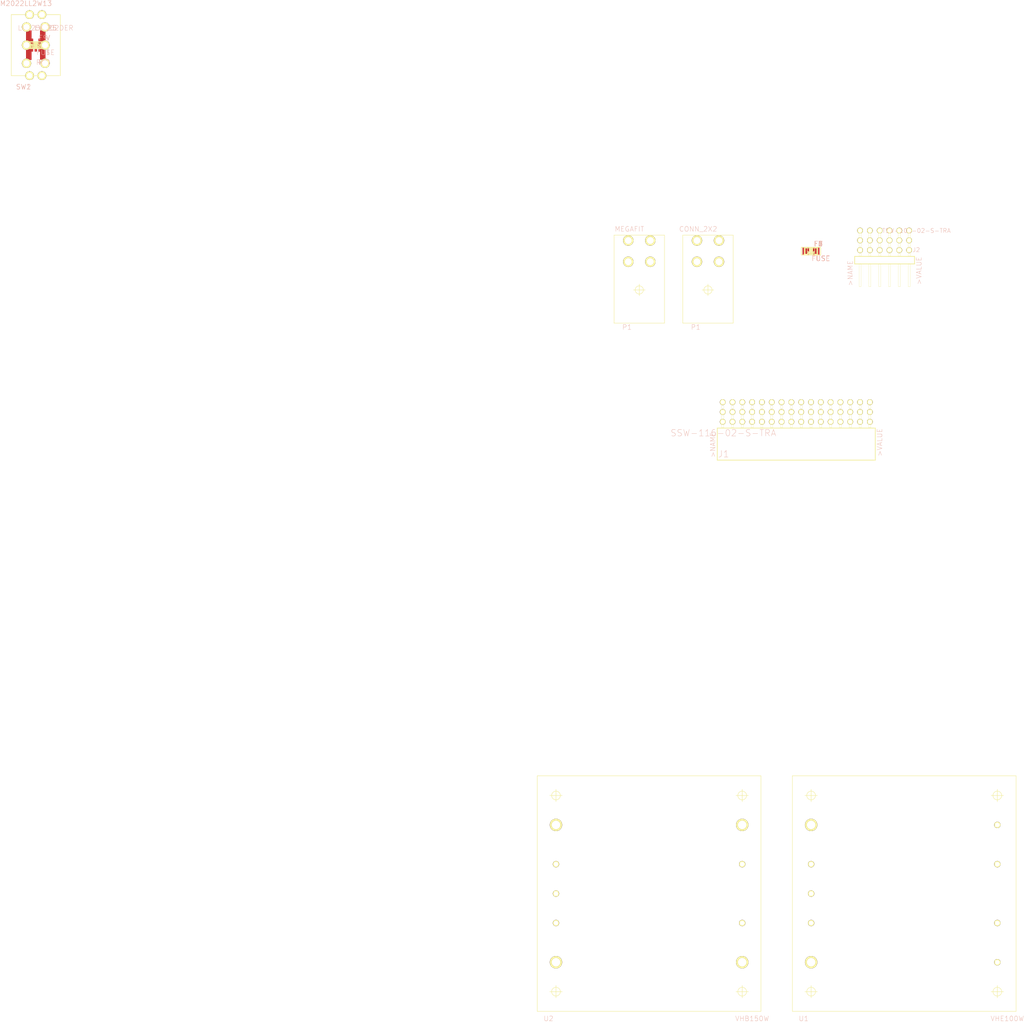
<source format=kicad_pcb>
(kicad_pcb (version 3) (host pcbnew "(2013-jul-07)-stable")

  (general
    (links 68)
    (no_connects 55)
    (area 0 0 0 0)
    (thickness 1.6)
    (drawings 0)
    (tracks 0)
    (zones 0)
    (modules 41)
    (nets 18)
  )

  (page A3)
  (layers
    (15 F.Cu signal)
    (0 B.Cu signal)
    (16 B.Adhes user)
    (17 F.Adhes user)
    (18 B.Paste user)
    (19 F.Paste user)
    (20 B.SilkS user)
    (21 F.SilkS user)
    (22 B.Mask user)
    (23 F.Mask user)
    (24 Dwgs.User user)
    (25 Cmts.User user)
    (26 Eco1.User user)
    (27 Eco2.User user)
    (28 Edge.Cuts user)
  )

  (setup
    (last_trace_width 0.254)
    (trace_clearance 0.254)
    (zone_clearance 0.508)
    (zone_45_only no)
    (trace_min 0.254)
    (segment_width 0.2)
    (edge_width 0.1)
    (via_size 0.889)
    (via_drill 0.635)
    (via_min_size 0.889)
    (via_min_drill 0.508)
    (uvia_size 0.508)
    (uvia_drill 0.127)
    (uvias_allowed no)
    (uvia_min_size 0.508)
    (uvia_min_drill 0.127)
    (pcb_text_width 0.3)
    (pcb_text_size 1.5 1.5)
    (mod_edge_width 0.15)
    (mod_text_size 1 1)
    (mod_text_width 0.15)
    (pad_size 1.5 1.5)
    (pad_drill 0.6)
    (pad_to_mask_clearance 0)
    (aux_axis_origin 0 0)
    (visible_elements FFFFFFBF)
    (pcbplotparams
      (layerselection 3178497)
      (usegerberextensions true)
      (excludeedgelayer true)
      (linewidth 0.150000)
      (plotframeref false)
      (viasonmask false)
      (mode 1)
      (useauxorigin false)
      (hpglpennumber 1)
      (hpglpenspeed 20)
      (hpglpendiameter 15)
      (hpglpenoverlay 2)
      (psnegative false)
      (psa4output false)
      (plotreference true)
      (plotvalue true)
      (plotothertext true)
      (plotinvisibletext false)
      (padsonsilk false)
      (subtractmaskfromsilk false)
      (outputformat 1)
      (mirror false)
      (drillshape 1)
      (scaleselection 1)
      (outputdirectory ""))
  )

  (net 0 "")
  (net 1 +5V)
  (net 2 +BATT)
  (net 3 /Battery/meas_current)
  (net 4 /Battery/meas_voltage)
  (net 5 /FMAIN1_5V)
  (net 6 /FMAIN2_5V)
  (net 7 /FMAIN3_5V)
  (net 8 /FMAIN4_5V)
  (net 9 /FMAIN5_5V)
  (net 10 /FMAIN6_5V)
  (net 11 /FMAIN7_5V)
  (net 12 /FMAIN8_5V)
  (net 13 /MAIN8)
  (net 14 GND)
  (net 15 N-000001)
  (net 16 N-00000117)
  (net 17 N-00000118)

  (net_class Default "This is the default net class."
    (clearance 0.254)
    (trace_width 0.254)
    (via_dia 0.889)
    (via_drill 0.635)
    (uvia_dia 0.508)
    (uvia_drill 0.127)
    (add_net "")
    (add_net +5V)
    (add_net +BATT)
    (add_net /Battery/meas_current)
    (add_net /Battery/meas_voltage)
    (add_net /FMAIN1_5V)
    (add_net /FMAIN2_5V)
    (add_net /FMAIN3_5V)
    (add_net /FMAIN4_5V)
    (add_net /FMAIN5_5V)
    (add_net /FMAIN6_5V)
    (add_net /FMAIN7_5V)
    (add_net /FMAIN8_5V)
    (add_net /MAIN8)
    (add_net GND)
    (add_net N-000001)
    (add_net N-00000117)
    (add_net N-00000118)
  )

  (module SM0805 (layer F.Cu) (tedit 5091495C) (tstamp 55CCE5A3)
    (at 200.66 53.34)
    (path /55C7C3D0/55CCB4E2)
    (attr smd)
    (fp_text reference C5 (at 0 -0.3175) (layer F.SilkS)
      (effects (font (size 0.50038 0.50038) (thickness 0.10922)))
    )
    (fp_text value 0.1uF (at 0 0.381) (layer F.SilkS)
      (effects (font (size 0.50038 0.50038) (thickness 0.10922)))
    )
    (fp_circle (center -1.651 0.762) (end -1.651 0.635) (layer F.SilkS) (width 0.09906))
    (fp_line (start -0.508 0.762) (end -1.524 0.762) (layer F.SilkS) (width 0.09906))
    (fp_line (start -1.524 0.762) (end -1.524 -0.762) (layer F.SilkS) (width 0.09906))
    (fp_line (start -1.524 -0.762) (end -0.508 -0.762) (layer F.SilkS) (width 0.09906))
    (fp_line (start 0.508 -0.762) (end 1.524 -0.762) (layer F.SilkS) (width 0.09906))
    (fp_line (start 1.524 -0.762) (end 1.524 0.762) (layer F.SilkS) (width 0.09906))
    (fp_line (start 1.524 0.762) (end 0.508 0.762) (layer F.SilkS) (width 0.09906))
    (pad 1 smd rect (at -0.9525 0) (size 0.889 1.397)
      (layers F.Cu F.Paste F.Mask)
      (net 4 /Battery/meas_voltage)
    )
    (pad 2 smd rect (at 0.9525 0) (size 0.889 1.397)
      (layers F.Cu F.Paste F.Mask)
      (net 14 GND)
    )
    (model smd/chip_cms.wrl
      (at (xyz 0 0 0))
      (scale (xyz 0.1 0.1 0.1))
      (rotate (xyz 0 0 0))
    )
  )

  (module SM0805 (layer F.Cu) (tedit 5091495C) (tstamp 55CCE5B0)
    (at 200.66 53.34)
    (path /55CCB416)
    (attr smd)
    (fp_text reference C1 (at 0 -0.3175) (layer F.SilkS)
      (effects (font (size 0.50038 0.50038) (thickness 0.10922)))
    )
    (fp_text value 33uF (at 0 0.381) (layer F.SilkS)
      (effects (font (size 0.50038 0.50038) (thickness 0.10922)))
    )
    (fp_circle (center -1.651 0.762) (end -1.651 0.635) (layer F.SilkS) (width 0.09906))
    (fp_line (start -0.508 0.762) (end -1.524 0.762) (layer F.SilkS) (width 0.09906))
    (fp_line (start -1.524 0.762) (end -1.524 -0.762) (layer F.SilkS) (width 0.09906))
    (fp_line (start -1.524 -0.762) (end -0.508 -0.762) (layer F.SilkS) (width 0.09906))
    (fp_line (start 0.508 -0.762) (end 1.524 -0.762) (layer F.SilkS) (width 0.09906))
    (fp_line (start 1.524 -0.762) (end 1.524 0.762) (layer F.SilkS) (width 0.09906))
    (fp_line (start 1.524 0.762) (end 0.508 0.762) (layer F.SilkS) (width 0.09906))
    (pad 1 smd rect (at -0.9525 0) (size 0.889 1.397)
      (layers F.Cu F.Paste F.Mask)
    )
    (pad 2 smd rect (at 0.9525 0) (size 0.889 1.397)
      (layers F.Cu F.Paste F.Mask)
    )
    (model smd/chip_cms.wrl
      (at (xyz 0 0 0))
      (scale (xyz 0.1 0.1 0.1))
      (rotate (xyz 0 0 0))
    )
  )

  (module SM0805 (layer F.Cu) (tedit 5091495C) (tstamp 55CCE5BD)
    (at 200.66 53.34)
    (path /55CCB431)
    (attr smd)
    (fp_text reference C2 (at 0 -0.3175) (layer F.SilkS)
      (effects (font (size 0.50038 0.50038) (thickness 0.10922)))
    )
    (fp_text value C (at 0 0.381) (layer F.SilkS)
      (effects (font (size 0.50038 0.50038) (thickness 0.10922)))
    )
    (fp_circle (center -1.651 0.762) (end -1.651 0.635) (layer F.SilkS) (width 0.09906))
    (fp_line (start -0.508 0.762) (end -1.524 0.762) (layer F.SilkS) (width 0.09906))
    (fp_line (start -1.524 0.762) (end -1.524 -0.762) (layer F.SilkS) (width 0.09906))
    (fp_line (start -1.524 -0.762) (end -0.508 -0.762) (layer F.SilkS) (width 0.09906))
    (fp_line (start 0.508 -0.762) (end 1.524 -0.762) (layer F.SilkS) (width 0.09906))
    (fp_line (start 1.524 -0.762) (end 1.524 0.762) (layer F.SilkS) (width 0.09906))
    (fp_line (start 1.524 0.762) (end 0.508 0.762) (layer F.SilkS) (width 0.09906))
    (pad 1 smd rect (at -0.9525 0) (size 0.889 1.397)
      (layers F.Cu F.Paste F.Mask)
    )
    (pad 2 smd rect (at 0.9525 0) (size 0.889 1.397)
      (layers F.Cu F.Paste F.Mask)
    )
    (model smd/chip_cms.wrl
      (at (xyz 0 0 0))
      (scale (xyz 0.1 0.1 0.1))
      (rotate (xyz 0 0 0))
    )
  )

  (module SM0805 (layer F.Cu) (tedit 5091495C) (tstamp 55CCE5CA)
    (at 200.66 53.34)
    (path /55CCB441)
    (attr smd)
    (fp_text reference C3 (at 0 -0.3175) (layer F.SilkS)
      (effects (font (size 0.50038 0.50038) (thickness 0.10922)))
    )
    (fp_text value C (at 0 0.381) (layer F.SilkS)
      (effects (font (size 0.50038 0.50038) (thickness 0.10922)))
    )
    (fp_circle (center -1.651 0.762) (end -1.651 0.635) (layer F.SilkS) (width 0.09906))
    (fp_line (start -0.508 0.762) (end -1.524 0.762) (layer F.SilkS) (width 0.09906))
    (fp_line (start -1.524 0.762) (end -1.524 -0.762) (layer F.SilkS) (width 0.09906))
    (fp_line (start -1.524 -0.762) (end -0.508 -0.762) (layer F.SilkS) (width 0.09906))
    (fp_line (start 0.508 -0.762) (end 1.524 -0.762) (layer F.SilkS) (width 0.09906))
    (fp_line (start 1.524 -0.762) (end 1.524 0.762) (layer F.SilkS) (width 0.09906))
    (fp_line (start 1.524 0.762) (end 0.508 0.762) (layer F.SilkS) (width 0.09906))
    (pad 1 smd rect (at -0.9525 0) (size 0.889 1.397)
      (layers F.Cu F.Paste F.Mask)
    )
    (pad 2 smd rect (at 0.9525 0) (size 0.889 1.397)
      (layers F.Cu F.Paste F.Mask)
    )
    (model smd/chip_cms.wrl
      (at (xyz 0 0 0))
      (scale (xyz 0.1 0.1 0.1))
      (rotate (xyz 0 0 0))
    )
  )

  (module SM0805 (layer F.Cu) (tedit 5091495C) (tstamp 55CCE5D7)
    (at 200.66 53.34)
    (path /55CCB450)
    (attr smd)
    (fp_text reference C4 (at 0 -0.3175) (layer F.SilkS)
      (effects (font (size 0.50038 0.50038) (thickness 0.10922)))
    )
    (fp_text value C (at 0 0.381) (layer F.SilkS)
      (effects (font (size 0.50038 0.50038) (thickness 0.10922)))
    )
    (fp_circle (center -1.651 0.762) (end -1.651 0.635) (layer F.SilkS) (width 0.09906))
    (fp_line (start -0.508 0.762) (end -1.524 0.762) (layer F.SilkS) (width 0.09906))
    (fp_line (start -1.524 0.762) (end -1.524 -0.762) (layer F.SilkS) (width 0.09906))
    (fp_line (start -1.524 -0.762) (end -0.508 -0.762) (layer F.SilkS) (width 0.09906))
    (fp_line (start 0.508 -0.762) (end 1.524 -0.762) (layer F.SilkS) (width 0.09906))
    (fp_line (start 1.524 -0.762) (end 1.524 0.762) (layer F.SilkS) (width 0.09906))
    (fp_line (start 1.524 0.762) (end 0.508 0.762) (layer F.SilkS) (width 0.09906))
    (pad 1 smd rect (at -0.9525 0) (size 0.889 1.397)
      (layers F.Cu F.Paste F.Mask)
    )
    (pad 2 smd rect (at 0.9525 0) (size 0.889 1.397)
      (layers F.Cu F.Paste F.Mask)
    )
    (model smd/chip_cms.wrl
      (at (xyz 0 0 0))
      (scale (xyz 0.1 0.1 0.1))
      (rotate (xyz 0 0 0))
    )
  )

  (module SM0805 (layer F.Cu) (tedit 5091495C) (tstamp 55CCE5E4)
    (at 200.66 53.34)
    (path /55C7C3D0/55CCB4D3)
    (attr smd)
    (fp_text reference R8 (at 0 -0.3175) (layer F.SilkS)
      (effects (font (size 0.50038 0.50038) (thickness 0.10922)))
    )
    (fp_text value 1.3k (at 0 0.381) (layer F.SilkS)
      (effects (font (size 0.50038 0.50038) (thickness 0.10922)))
    )
    (fp_circle (center -1.651 0.762) (end -1.651 0.635) (layer F.SilkS) (width 0.09906))
    (fp_line (start -0.508 0.762) (end -1.524 0.762) (layer F.SilkS) (width 0.09906))
    (fp_line (start -1.524 0.762) (end -1.524 -0.762) (layer F.SilkS) (width 0.09906))
    (fp_line (start -1.524 -0.762) (end -0.508 -0.762) (layer F.SilkS) (width 0.09906))
    (fp_line (start 0.508 -0.762) (end 1.524 -0.762) (layer F.SilkS) (width 0.09906))
    (fp_line (start 1.524 -0.762) (end 1.524 0.762) (layer F.SilkS) (width 0.09906))
    (fp_line (start 1.524 0.762) (end 0.508 0.762) (layer F.SilkS) (width 0.09906))
    (pad 1 smd rect (at -0.9525 0) (size 0.889 1.397)
      (layers F.Cu F.Paste F.Mask)
      (net 4 /Battery/meas_voltage)
    )
    (pad 2 smd rect (at 0.9525 0) (size 0.889 1.397)
      (layers F.Cu F.Paste F.Mask)
      (net 14 GND)
    )
    (model smd/chip_cms.wrl
      (at (xyz 0 0 0))
      (scale (xyz 0.1 0.1 0.1))
      (rotate (xyz 0 0 0))
    )
  )

  (module SM0805 (layer F.Cu) (tedit 5091495C) (tstamp 55CCE5F1)
    (at 200.66 53.34)
    (path /55C7C3D0/55CCB4AB)
    (attr smd)
    (fp_text reference R7 (at 0 -0.3175) (layer F.SilkS)
      (effects (font (size 0.50038 0.50038) (thickness 0.10922)))
    )
    (fp_text value 10k (at 0 0.381) (layer F.SilkS)
      (effects (font (size 0.50038 0.50038) (thickness 0.10922)))
    )
    (fp_circle (center -1.651 0.762) (end -1.651 0.635) (layer F.SilkS) (width 0.09906))
    (fp_line (start -0.508 0.762) (end -1.524 0.762) (layer F.SilkS) (width 0.09906))
    (fp_line (start -1.524 0.762) (end -1.524 -0.762) (layer F.SilkS) (width 0.09906))
    (fp_line (start -1.524 -0.762) (end -0.508 -0.762) (layer F.SilkS) (width 0.09906))
    (fp_line (start 0.508 -0.762) (end 1.524 -0.762) (layer F.SilkS) (width 0.09906))
    (fp_line (start 1.524 -0.762) (end 1.524 0.762) (layer F.SilkS) (width 0.09906))
    (fp_line (start 1.524 0.762) (end 0.508 0.762) (layer F.SilkS) (width 0.09906))
    (pad 1 smd rect (at -0.9525 0) (size 0.889 1.397)
      (layers F.Cu F.Paste F.Mask)
      (net 16 N-00000117)
    )
    (pad 2 smd rect (at 0.9525 0) (size 0.889 1.397)
      (layers F.Cu F.Paste F.Mask)
      (net 4 /Battery/meas_voltage)
    )
    (model smd/chip_cms.wrl
      (at (xyz 0 0 0))
      (scale (xyz 0.1 0.1 0.1))
      (rotate (xyz 0 0 0))
    )
  )

  (module cui-VHE100W (layer F.Cu) (tedit 200000) (tstamp 55CCE6E1)
    (at 224.79 219.71)
    (path /55CCB3D6)
    (attr virtual)
    (fp_text reference U1 (at -26.035 32.385) (layer B.SilkS)
      (effects (font (size 1.27 1.27) (thickness 0.0889)))
    )
    (fp_text value VHE100W (at 26.67 32.385) (layer B.SilkS)
      (effects (font (size 1.27 1.27) (thickness 0.0889)))
    )
    (fp_line (start 28.94838 -30.49778) (end -28.94838 -30.49778) (layer F.SilkS) (width 0.127))
    (fp_line (start -28.94838 -30.49778) (end -28.94838 30.49778) (layer F.SilkS) (width 0.127))
    (fp_line (start -28.94838 30.49778) (end 28.94838 30.49778) (layer F.SilkS) (width 0.127))
    (fp_line (start 28.94838 30.49778) (end 28.94838 -30.49778) (layer F.SilkS) (width 0.127))
    (fp_circle (center 24.09952 -25.4) (end 24.89708 -26.19756) (layer F.SilkS) (width 0.127))
    (fp_line (start 22.49932 -25.4) (end 25.69972 -25.4) (layer F.SilkS) (width 0.127))
    (fp_line (start 24.09952 -23.7998) (end 24.09952 -26.99766) (layer F.SilkS) (width 0.127))
    (fp_circle (center -24.09952 -25.4) (end -24.89708 -26.19756) (layer F.SilkS) (width 0.127))
    (fp_line (start -25.69972 -25.4) (end -22.49932 -25.4) (layer F.SilkS) (width 0.127))
    (fp_line (start -24.09952 -23.7998) (end -24.09952 -26.99766) (layer F.SilkS) (width 0.127))
    (fp_circle (center -24.09952 25.4) (end -24.89708 26.19756) (layer F.SilkS) (width 0.127))
    (fp_line (start -25.69972 25.4) (end -22.49932 25.4) (layer F.SilkS) (width 0.127))
    (fp_line (start -24.09952 26.99766) (end -24.09952 23.7998) (layer F.SilkS) (width 0.127))
    (fp_circle (center 24.09952 25.4) (end 24.89708 26.19756) (layer F.SilkS) (width 0.127))
    (fp_line (start 22.49932 25.4) (end 25.69972 25.4) (layer F.SilkS) (width 0.127))
    (fp_line (start 24.09952 26.99766) (end 24.09952 23.7998) (layer F.SilkS) (width 0.127))
    (pad P1 thru_hole circle (at 24.09952 17.78) (size 1.64846 1.64846) (drill 1.09982)
      (layers *.Cu F.Paste F.SilkS F.Mask)
    )
    (pad P2 thru_hole circle (at 24.09952 7.62) (size 1.64846 1.64846) (drill 1.09982)
      (layers *.Cu F.Paste F.SilkS F.Mask)
    )
    (pad P3 thru_hole circle (at 24.09952 -7.62) (size 1.64846 1.64846) (drill 1.09982)
      (layers *.Cu F.Paste F.SilkS F.Mask)
    )
    (pad P4 thru_hole circle (at 24.09952 -17.78) (size 1.64846 1.64846) (drill 1.09982)
      (layers *.Cu F.Paste F.SilkS F.Mask)
    )
    (pad P5 thru_hole circle (at -24.09952 -17.78) (size 3.21564 3.21564) (drill 2.19964)
      (layers *.Cu F.Paste F.SilkS F.Mask)
    )
    (pad P6 thru_hole circle (at -24.09952 -7.62) (size 1.64846 1.64846) (drill 1.09982)
      (layers *.Cu F.Paste F.SilkS F.Mask)
    )
    (pad P7 thru_hole circle (at -24.09952 0) (size 1.64846 1.64846) (drill 1.09982)
      (layers *.Cu F.Paste F.SilkS F.Mask)
    )
    (pad P8 thru_hole circle (at -24.09952 7.62) (size 1.64846 1.64846) (drill 1.09982)
      (layers *.Cu F.Paste F.SilkS F.Mask)
    )
    (pad P9 thru_hole circle (at -24.09952 17.78) (size 3.21564 3.21564) (drill 2.19964)
      (layers *.Cu F.Paste F.SilkS F.Mask)
    )
  )

  (module cui-VHB150W (layer F.Cu) (tedit 200000) (tstamp 55CCE6FE)
    (at 158.75 219.71)
    (path /55CCB3FE)
    (attr virtual)
    (fp_text reference U2 (at -26.035 32.385) (layer B.SilkS)
      (effects (font (size 1.27 1.27) (thickness 0.0889)))
    )
    (fp_text value VHB150W (at 26.67 32.385) (layer B.SilkS)
      (effects (font (size 1.27 1.27) (thickness 0.0889)))
    )
    (fp_line (start 28.94838 -30.49778) (end -28.94838 -30.49778) (layer F.SilkS) (width 0.127))
    (fp_line (start -28.94838 -30.49778) (end -28.94838 30.49778) (layer F.SilkS) (width 0.127))
    (fp_line (start -28.94838 30.49778) (end 28.94838 30.49778) (layer F.SilkS) (width 0.127))
    (fp_line (start 28.94838 30.49778) (end 28.94838 -30.49778) (layer F.SilkS) (width 0.127))
    (fp_circle (center 24.09952 -25.4) (end 24.89708 -26.19756) (layer F.SilkS) (width 0.127))
    (fp_line (start 22.49932 -25.4) (end 25.69972 -25.4) (layer F.SilkS) (width 0.127))
    (fp_line (start 24.09952 -23.7998) (end 24.09952 -26.99766) (layer F.SilkS) (width 0.127))
    (fp_circle (center -24.09952 -25.4) (end -24.89708 -26.19756) (layer F.SilkS) (width 0.127))
    (fp_line (start -25.69972 -25.4) (end -22.49932 -25.4) (layer F.SilkS) (width 0.127))
    (fp_line (start -24.09952 -23.7998) (end -24.09952 -26.99766) (layer F.SilkS) (width 0.127))
    (fp_circle (center -24.09952 25.4) (end -24.89708 26.19756) (layer F.SilkS) (width 0.127))
    (fp_line (start -25.69972 25.4) (end -22.49932 25.4) (layer F.SilkS) (width 0.127))
    (fp_line (start -24.09952 26.99766) (end -24.09952 23.7998) (layer F.SilkS) (width 0.127))
    (fp_circle (center 24.09952 25.4) (end 24.89708 26.19756) (layer F.SilkS) (width 0.127))
    (fp_line (start 22.49932 25.4) (end 25.69972 25.4) (layer F.SilkS) (width 0.127))
    (fp_line (start 24.09952 26.99766) (end 24.09952 23.7998) (layer F.SilkS) (width 0.127))
    (pad P1 thru_hole circle (at 24.09952 17.78) (size 3.21564 3.21564) (drill 2.19964)
      (layers *.Cu F.Paste F.SilkS F.Mask)
    )
    (pad P2 thru_hole circle (at 24.09952 7.62) (size 1.64846 1.64846) (drill 1.09982)
      (layers *.Cu F.Paste F.SilkS F.Mask)
    )
    (pad P3 thru_hole circle (at 24.09952 -7.62) (size 1.64846 1.64846) (drill 1.09982)
      (layers *.Cu F.Paste F.SilkS F.Mask)
    )
    (pad P4 thru_hole circle (at 24.09952 -17.78) (size 3.21564 3.21564) (drill 2.19964)
      (layers *.Cu F.Paste F.SilkS F.Mask)
    )
    (pad P5 thru_hole circle (at -24.09952 -17.78) (size 3.21564 3.21564) (drill 2.19964)
      (layers *.Cu F.Paste F.SilkS F.Mask)
    )
    (pad P6 thru_hole circle (at -24.09952 -7.62) (size 1.64846 1.64846) (drill 1.09982)
      (layers *.Cu F.Paste F.SilkS F.Mask)
    )
    (pad P7 thru_hole circle (at -24.09952 0) (size 1.64846 1.64846) (drill 1.09982)
      (layers *.Cu F.Paste F.SilkS F.Mask)
    )
    (pad P8 thru_hole circle (at -24.09952 7.62) (size 1.64846 1.64846) (drill 1.09982)
      (layers *.Cu F.Paste F.SilkS F.Mask)
    )
    (pad P9 thru_hole circle (at -24.09952 17.78) (size 3.21564 3.21564) (drill 2.19964)
      (layers *.Cu F.Paste F.SilkS F.Mask)
    )
  )

  (module switch-M2022LL2W13 (layer F.Cu) (tedit 200000) (tstamp 55CCFE99)
    (at 0 0)
    (path /55CCF2E8)
    (attr virtual)
    (fp_text reference SW2 (at -3.175 10.795) (layer B.SilkS)
      (effects (font (size 1.27 1.27) (thickness 0.0889)))
    )
    (fp_text value M2022LL2W13 (at -2.54 -10.795) (layer B.SilkS)
      (effects (font (size 1.27 1.27) (thickness 0.0889)))
    )
    (fp_line (start 6.35 -7.8994) (end -6.35 -7.8994) (layer F.SilkS) (width 0.127))
    (fp_line (start -6.35 -7.8994) (end -6.35 7.8994) (layer F.SilkS) (width 0.127))
    (fp_line (start -6.35 7.8994) (end 6.35 7.8994) (layer F.SilkS) (width 0.127))
    (fp_line (start 6.35 7.8994) (end 6.35 -7.8994) (layer F.SilkS) (width 0.127))
    (pad GND1 thru_hole circle (at -1.59766 7.8994) (size 2.2479 2.2479) (drill 1.4986)
      (layers *.Cu F.Paste F.SilkS F.Mask)
    )
    (pad GND2 thru_hole circle (at 1.59766 7.8994) (size 2.2479 2.2479) (drill 1.4986)
      (layers *.Cu F.Paste F.SilkS F.Mask)
    )
    (pad GND3 thru_hole circle (at -1.59766 -7.8994) (size 2.2479 2.2479) (drill 1.4986)
      (layers *.Cu F.Paste F.SilkS F.Mask)
    )
    (pad GND4 thru_hole circle (at 1.59766 -7.8994) (size 2.2479 2.2479) (drill 1.4986)
      (layers *.Cu F.Paste F.SilkS F.Mask)
    )
    (pad P1 thru_hole circle (at -2.39776 4.699) (size 2.39776 2.39776) (drill 1.59766)
      (layers *.Cu F.Paste F.SilkS F.Mask)
    )
    (pad P2 thru_hole circle (at -2.39776 0) (size 2.39776 2.39776) (drill 1.59766)
      (layers *.Cu F.Paste F.SilkS F.Mask)
    )
    (pad P3 thru_hole circle (at -2.39776 -4.699) (size 2.39776 2.39776) (drill 1.59766)
      (layers *.Cu F.Paste F.SilkS F.Mask)
    )
    (pad P4 thru_hole circle (at 2.39776 4.699) (size 2.39776 2.39776) (drill 1.59766)
      (layers *.Cu F.Paste F.SilkS F.Mask)
    )
    (pad P5 thru_hole circle (at 2.39776 0) (size 2.39776 2.39776) (drill 1.59766)
      (layers *.Cu F.Paste F.SilkS F.Mask)
    )
    (pad P6 thru_hole circle (at 2.39776 -4.699) (size 2.39776 2.39776) (drill 1.59766)
      (layers *.Cu F.Paste F.SilkS F.Mask)
    )
  )

  (module switch-M2022LL2W13 (layer F.Cu) (tedit 200000) (tstamp 55CCFEAB)
    (at 0 0)
    (path /55CCF2DB)
    (attr virtual)
    (fp_text reference SW1 (at -3.175 10.795) (layer B.SilkS)
      (effects (font (size 1.27 1.27) (thickness 0.0889)))
    )
    (fp_text value M2022LL2W13 (at -2.54 -10.795) (layer B.SilkS)
      (effects (font (size 1.27 1.27) (thickness 0.0889)))
    )
    (fp_line (start 6.35 -7.8994) (end -6.35 -7.8994) (layer F.SilkS) (width 0.127))
    (fp_line (start -6.35 -7.8994) (end -6.35 7.8994) (layer F.SilkS) (width 0.127))
    (fp_line (start -6.35 7.8994) (end 6.35 7.8994) (layer F.SilkS) (width 0.127))
    (fp_line (start 6.35 7.8994) (end 6.35 -7.8994) (layer F.SilkS) (width 0.127))
    (pad GND1 thru_hole circle (at -1.59766 7.8994) (size 2.2479 2.2479) (drill 1.4986)
      (layers *.Cu F.Paste F.SilkS F.Mask)
    )
    (pad GND2 thru_hole circle (at 1.59766 7.8994) (size 2.2479 2.2479) (drill 1.4986)
      (layers *.Cu F.Paste F.SilkS F.Mask)
    )
    (pad GND3 thru_hole circle (at -1.59766 -7.8994) (size 2.2479 2.2479) (drill 1.4986)
      (layers *.Cu F.Paste F.SilkS F.Mask)
    )
    (pad GND4 thru_hole circle (at 1.59766 -7.8994) (size 2.2479 2.2479) (drill 1.4986)
      (layers *.Cu F.Paste F.SilkS F.Mask)
    )
    (pad P1 thru_hole circle (at -2.39776 4.699) (size 2.39776 2.39776) (drill 1.59766)
      (layers *.Cu F.Paste F.SilkS F.Mask)
    )
    (pad P2 thru_hole circle (at -2.39776 0) (size 2.39776 2.39776) (drill 1.59766)
      (layers *.Cu F.Paste F.SilkS F.Mask)
    )
    (pad P3 thru_hole circle (at -2.39776 -4.699) (size 2.39776 2.39776) (drill 1.59766)
      (layers *.Cu F.Paste F.SilkS F.Mask)
    )
    (pad P4 thru_hole circle (at 2.39776 4.699) (size 2.39776 2.39776) (drill 1.59766)
      (layers *.Cu F.Paste F.SilkS F.Mask)
    )
    (pad P5 thru_hole circle (at 2.39776 0) (size 2.39776 2.39776) (drill 1.59766)
      (layers *.Cu F.Paste F.SilkS F.Mask)
    )
    (pad P6 thru_hole circle (at 2.39776 -4.699) (size 2.39776 2.39776) (drill 1.59766)
      (layers *.Cu F.Paste F.SilkS F.Mask)
    )
  )

  (module SOT23-5 (layer F.Cu) (tedit 4ECF78EF) (tstamp 55CCFEB8)
    (at 0 0)
    (path /55C7C3D0/55CCEC2D)
    (attr smd)
    (fp_text reference U5 (at 2.19964 -0.29972 90) (layer F.SilkS)
      (effects (font (size 0.635 0.635) (thickness 0.127)))
    )
    (fp_text value INA139 (at 0 0) (layer F.SilkS)
      (effects (font (size 0.635 0.635) (thickness 0.127)))
    )
    (fp_line (start 1.524 -0.889) (end 1.524 0.889) (layer F.SilkS) (width 0.127))
    (fp_line (start 1.524 0.889) (end -1.524 0.889) (layer F.SilkS) (width 0.127))
    (fp_line (start -1.524 0.889) (end -1.524 -0.889) (layer F.SilkS) (width 0.127))
    (fp_line (start -1.524 -0.889) (end 1.524 -0.889) (layer F.SilkS) (width 0.127))
    (pad 1 smd rect (at -0.9525 1.27) (size 0.508 0.762)
      (layers F.Cu F.Paste F.Mask)
      (net 3 /Battery/meas_current)
    )
    (pad 3 smd rect (at 0.9525 1.27) (size 0.508 0.762)
      (layers F.Cu F.Paste F.Mask)
    )
    (pad 5 smd rect (at -0.9525 -1.27) (size 0.508 0.762)
      (layers F.Cu F.Paste F.Mask)
      (net 1 +5V)
    )
    (pad 2 smd rect (at 0 1.27) (size 0.508 0.762)
      (layers F.Cu F.Paste F.Mask)
      (net 14 GND)
    )
    (pad 4 smd rect (at 0.9525 -1.27) (size 0.508 0.762)
      (layers F.Cu F.Paste F.Mask)
      (net 17 N-00000118)
    )
    (model smd/SOT23_5.wrl
      (at (xyz 0 0 0))
      (scale (xyz 0.1 0.1 0.1))
      (rotate (xyz 0 0 0))
    )
  )

  (module SOT23-5 (layer F.Cu) (tedit 4ECF78EF) (tstamp 55CCFEC5)
    (at 0 0)
    (path /55CCEA96)
    (attr smd)
    (fp_text reference U4 (at 2.19964 -0.29972 90) (layer F.SilkS)
      (effects (font (size 0.635 0.635) (thickness 0.127)))
    )
    (fp_text value INA139 (at 0 0) (layer F.SilkS)
      (effects (font (size 0.635 0.635) (thickness 0.127)))
    )
    (fp_line (start 1.524 -0.889) (end 1.524 0.889) (layer F.SilkS) (width 0.127))
    (fp_line (start 1.524 0.889) (end -1.524 0.889) (layer F.SilkS) (width 0.127))
    (fp_line (start -1.524 0.889) (end -1.524 -0.889) (layer F.SilkS) (width 0.127))
    (fp_line (start -1.524 -0.889) (end 1.524 -0.889) (layer F.SilkS) (width 0.127))
    (pad 1 smd rect (at -0.9525 1.27) (size 0.508 0.762)
      (layers F.Cu F.Paste F.Mask)
    )
    (pad 3 smd rect (at 0.9525 1.27) (size 0.508 0.762)
      (layers F.Cu F.Paste F.Mask)
    )
    (pad 5 smd rect (at -0.9525 -1.27) (size 0.508 0.762)
      (layers F.Cu F.Paste F.Mask)
    )
    (pad 2 smd rect (at 0 1.27) (size 0.508 0.762)
      (layers F.Cu F.Paste F.Mask)
    )
    (pad 4 smd rect (at 0.9525 -1.27) (size 0.508 0.762)
      (layers F.Cu F.Paste F.Mask)
    )
    (model smd/SOT23_5.wrl
      (at (xyz 0 0 0))
      (scale (xyz 0.1 0.1 0.1))
      (rotate (xyz 0 0 0))
    )
  )

  (module SOT23-5 (layer F.Cu) (tedit 4ECF78EF) (tstamp 55CCFED2)
    (at 0 0)
    (path /55CCEAA3)
    (attr smd)
    (fp_text reference U3 (at 2.19964 -0.29972 90) (layer F.SilkS)
      (effects (font (size 0.635 0.635) (thickness 0.127)))
    )
    (fp_text value INA139 (at 0 0) (layer F.SilkS)
      (effects (font (size 0.635 0.635) (thickness 0.127)))
    )
    (fp_line (start 1.524 -0.889) (end 1.524 0.889) (layer F.SilkS) (width 0.127))
    (fp_line (start 1.524 0.889) (end -1.524 0.889) (layer F.SilkS) (width 0.127))
    (fp_line (start -1.524 0.889) (end -1.524 -0.889) (layer F.SilkS) (width 0.127))
    (fp_line (start -1.524 -0.889) (end 1.524 -0.889) (layer F.SilkS) (width 0.127))
    (pad 1 smd rect (at -0.9525 1.27) (size 0.508 0.762)
      (layers F.Cu F.Paste F.Mask)
    )
    (pad 3 smd rect (at 0.9525 1.27) (size 0.508 0.762)
      (layers F.Cu F.Paste F.Mask)
    )
    (pad 5 smd rect (at -0.9525 -1.27) (size 0.508 0.762)
      (layers F.Cu F.Paste F.Mask)
    )
    (pad 2 smd rect (at 0 1.27) (size 0.508 0.762)
      (layers F.Cu F.Paste F.Mask)
    )
    (pad 4 smd rect (at 0.9525 -1.27) (size 0.508 0.762)
      (layers F.Cu F.Paste F.Mask)
    )
    (model smd/SOT23_5.wrl
      (at (xyz 0 0 0))
      (scale (xyz 0.1 0.1 0.1))
      (rotate (xyz 0 0 0))
    )
  )

  (module SM0805 (layer F.Cu) (tedit 5091495C) (tstamp 55CCFEDF)
    (at 0 0)
    (path /55CCEAFB)
    (attr smd)
    (fp_text reference C7 (at 0 -0.3175) (layer F.SilkS)
      (effects (font (size 0.50038 0.50038) (thickness 0.10922)))
    )
    (fp_text value C (at 0 0.381) (layer F.SilkS)
      (effects (font (size 0.50038 0.50038) (thickness 0.10922)))
    )
    (fp_circle (center -1.651 0.762) (end -1.651 0.635) (layer F.SilkS) (width 0.09906))
    (fp_line (start -0.508 0.762) (end -1.524 0.762) (layer F.SilkS) (width 0.09906))
    (fp_line (start -1.524 0.762) (end -1.524 -0.762) (layer F.SilkS) (width 0.09906))
    (fp_line (start -1.524 -0.762) (end -0.508 -0.762) (layer F.SilkS) (width 0.09906))
    (fp_line (start 0.508 -0.762) (end 1.524 -0.762) (layer F.SilkS) (width 0.09906))
    (fp_line (start 1.524 -0.762) (end 1.524 0.762) (layer F.SilkS) (width 0.09906))
    (fp_line (start 1.524 0.762) (end 0.508 0.762) (layer F.SilkS) (width 0.09906))
    (pad 1 smd rect (at -0.9525 0) (size 0.889 1.397)
      (layers F.Cu F.Paste F.Mask)
    )
    (pad 2 smd rect (at 0.9525 0) (size 0.889 1.397)
      (layers F.Cu F.Paste F.Mask)
    )
    (model smd/chip_cms.wrl
      (at (xyz 0 0 0))
      (scale (xyz 0.1 0.1 0.1))
      (rotate (xyz 0 0 0))
    )
  )

  (module SM0805 (layer F.Cu) (tedit 5091495C) (tstamp 55CCFEEC)
    (at 0 0)
    (path /55C7C3D0/55CCEC44)
    (attr smd)
    (fp_text reference R6 (at 0 -0.3175) (layer F.SilkS)
      (effects (font (size 0.50038 0.50038) (thickness 0.10922)))
    )
    (fp_text value 68.1k (at 0 0.381) (layer F.SilkS)
      (effects (font (size 0.50038 0.50038) (thickness 0.10922)))
    )
    (fp_circle (center -1.651 0.762) (end -1.651 0.635) (layer F.SilkS) (width 0.09906))
    (fp_line (start -0.508 0.762) (end -1.524 0.762) (layer F.SilkS) (width 0.09906))
    (fp_line (start -1.524 0.762) (end -1.524 -0.762) (layer F.SilkS) (width 0.09906))
    (fp_line (start -1.524 -0.762) (end -0.508 -0.762) (layer F.SilkS) (width 0.09906))
    (fp_line (start 0.508 -0.762) (end 1.524 -0.762) (layer F.SilkS) (width 0.09906))
    (fp_line (start 1.524 -0.762) (end 1.524 0.762) (layer F.SilkS) (width 0.09906))
    (fp_line (start 1.524 0.762) (end 0.508 0.762) (layer F.SilkS) (width 0.09906))
    (pad 1 smd rect (at -0.9525 0) (size 0.889 1.397)
      (layers F.Cu F.Paste F.Mask)
      (net 3 /Battery/meas_current)
    )
    (pad 2 smd rect (at 0.9525 0) (size 0.889 1.397)
      (layers F.Cu F.Paste F.Mask)
      (net 14 GND)
    )
    (model smd/chip_cms.wrl
      (at (xyz 0 0 0))
      (scale (xyz 0.1 0.1 0.1))
      (rotate (xyz 0 0 0))
    )
  )

  (module SM0805 (layer F.Cu) (tedit 5091495C) (tstamp 55CCFEF9)
    (at 0 0)
    (path /55CCF405)
    (attr smd)
    (fp_text reference R12 (at 0 -0.3175) (layer F.SilkS)
      (effects (font (size 0.50038 0.50038) (thickness 0.10922)))
    )
    (fp_text value R (at 0 0.381) (layer F.SilkS)
      (effects (font (size 0.50038 0.50038) (thickness 0.10922)))
    )
    (fp_circle (center -1.651 0.762) (end -1.651 0.635) (layer F.SilkS) (width 0.09906))
    (fp_line (start -0.508 0.762) (end -1.524 0.762) (layer F.SilkS) (width 0.09906))
    (fp_line (start -1.524 0.762) (end -1.524 -0.762) (layer F.SilkS) (width 0.09906))
    (fp_line (start -1.524 -0.762) (end -0.508 -0.762) (layer F.SilkS) (width 0.09906))
    (fp_line (start 0.508 -0.762) (end 1.524 -0.762) (layer F.SilkS) (width 0.09906))
    (fp_line (start 1.524 -0.762) (end 1.524 0.762) (layer F.SilkS) (width 0.09906))
    (fp_line (start 1.524 0.762) (end 0.508 0.762) (layer F.SilkS) (width 0.09906))
    (pad 1 smd rect (at -0.9525 0) (size 0.889 1.397)
      (layers F.Cu F.Paste F.Mask)
    )
    (pad 2 smd rect (at 0.9525 0) (size 0.889 1.397)
      (layers F.Cu F.Paste F.Mask)
    )
    (model smd/chip_cms.wrl
      (at (xyz 0 0 0))
      (scale (xyz 0.1 0.1 0.1))
      (rotate (xyz 0 0 0))
    )
  )

  (module SM0805 (layer F.Cu) (tedit 5091495C) (tstamp 55CCFF06)
    (at 0 0)
    (path /55CCF3FF)
    (attr smd)
    (fp_text reference R1 (at 0 -0.3175) (layer F.SilkS)
      (effects (font (size 0.50038 0.50038) (thickness 0.10922)))
    )
    (fp_text value R (at 0 0.381) (layer F.SilkS)
      (effects (font (size 0.50038 0.50038) (thickness 0.10922)))
    )
    (fp_circle (center -1.651 0.762) (end -1.651 0.635) (layer F.SilkS) (width 0.09906))
    (fp_line (start -0.508 0.762) (end -1.524 0.762) (layer F.SilkS) (width 0.09906))
    (fp_line (start -1.524 0.762) (end -1.524 -0.762) (layer F.SilkS) (width 0.09906))
    (fp_line (start -1.524 -0.762) (end -0.508 -0.762) (layer F.SilkS) (width 0.09906))
    (fp_line (start 0.508 -0.762) (end 1.524 -0.762) (layer F.SilkS) (width 0.09906))
    (fp_line (start 1.524 -0.762) (end 1.524 0.762) (layer F.SilkS) (width 0.09906))
    (fp_line (start 1.524 0.762) (end 0.508 0.762) (layer F.SilkS) (width 0.09906))
    (pad 1 smd rect (at -0.9525 0) (size 0.889 1.397)
      (layers F.Cu F.Paste F.Mask)
    )
    (pad 2 smd rect (at 0.9525 0) (size 0.889 1.397)
      (layers F.Cu F.Paste F.Mask)
    )
    (model smd/chip_cms.wrl
      (at (xyz 0 0 0))
      (scale (xyz 0.1 0.1 0.1))
      (rotate (xyz 0 0 0))
    )
  )

  (module SM0805 (layer F.Cu) (tedit 5091495C) (tstamp 55CCFF13)
    (at 0 0)
    (path /55CCF1DC)
    (attr smd)
    (fp_text reference R3 (at 0 -0.3175) (layer F.SilkS)
      (effects (font (size 0.50038 0.50038) (thickness 0.10922)))
    )
    (fp_text value R (at 0 0.381) (layer F.SilkS)
      (effects (font (size 0.50038 0.50038) (thickness 0.10922)))
    )
    (fp_circle (center -1.651 0.762) (end -1.651 0.635) (layer F.SilkS) (width 0.09906))
    (fp_line (start -0.508 0.762) (end -1.524 0.762) (layer F.SilkS) (width 0.09906))
    (fp_line (start -1.524 0.762) (end -1.524 -0.762) (layer F.SilkS) (width 0.09906))
    (fp_line (start -1.524 -0.762) (end -0.508 -0.762) (layer F.SilkS) (width 0.09906))
    (fp_line (start 0.508 -0.762) (end 1.524 -0.762) (layer F.SilkS) (width 0.09906))
    (fp_line (start 1.524 -0.762) (end 1.524 0.762) (layer F.SilkS) (width 0.09906))
    (fp_line (start 1.524 0.762) (end 0.508 0.762) (layer F.SilkS) (width 0.09906))
    (pad 1 smd rect (at -0.9525 0) (size 0.889 1.397)
      (layers F.Cu F.Paste F.Mask)
    )
    (pad 2 smd rect (at 0.9525 0) (size 0.889 1.397)
      (layers F.Cu F.Paste F.Mask)
    )
    (model smd/chip_cms.wrl
      (at (xyz 0 0 0))
      (scale (xyz 0.1 0.1 0.1))
      (rotate (xyz 0 0 0))
    )
  )

  (module SM0805 (layer F.Cu) (tedit 5091495C) (tstamp 55CCFF20)
    (at 0 0)
    (path /55CCF1D6)
    (attr smd)
    (fp_text reference R2 (at 0 -0.3175) (layer F.SilkS)
      (effects (font (size 0.50038 0.50038) (thickness 0.10922)))
    )
    (fp_text value R (at 0 0.381) (layer F.SilkS)
      (effects (font (size 0.50038 0.50038) (thickness 0.10922)))
    )
    (fp_circle (center -1.651 0.762) (end -1.651 0.635) (layer F.SilkS) (width 0.09906))
    (fp_line (start -0.508 0.762) (end -1.524 0.762) (layer F.SilkS) (width 0.09906))
    (fp_line (start -1.524 0.762) (end -1.524 -0.762) (layer F.SilkS) (width 0.09906))
    (fp_line (start -1.524 -0.762) (end -0.508 -0.762) (layer F.SilkS) (width 0.09906))
    (fp_line (start 0.508 -0.762) (end 1.524 -0.762) (layer F.SilkS) (width 0.09906))
    (fp_line (start 1.524 -0.762) (end 1.524 0.762) (layer F.SilkS) (width 0.09906))
    (fp_line (start 1.524 0.762) (end 0.508 0.762) (layer F.SilkS) (width 0.09906))
    (pad 1 smd rect (at -0.9525 0) (size 0.889 1.397)
      (layers F.Cu F.Paste F.Mask)
    )
    (pad 2 smd rect (at 0.9525 0) (size 0.889 1.397)
      (layers F.Cu F.Paste F.Mask)
    )
    (model smd/chip_cms.wrl
      (at (xyz 0 0 0))
      (scale (xyz 0.1 0.1 0.1))
      (rotate (xyz 0 0 0))
    )
  )

  (module SM0805 (layer F.Cu) (tedit 5091495C) (tstamp 55CCFF2D)
    (at 0 0)
    (path /55CCEAF5)
    (attr smd)
    (fp_text reference C8 (at 0 -0.3175) (layer F.SilkS)
      (effects (font (size 0.50038 0.50038) (thickness 0.10922)))
    )
    (fp_text value C (at 0 0.381) (layer F.SilkS)
      (effects (font (size 0.50038 0.50038) (thickness 0.10922)))
    )
    (fp_circle (center -1.651 0.762) (end -1.651 0.635) (layer F.SilkS) (width 0.09906))
    (fp_line (start -0.508 0.762) (end -1.524 0.762) (layer F.SilkS) (width 0.09906))
    (fp_line (start -1.524 0.762) (end -1.524 -0.762) (layer F.SilkS) (width 0.09906))
    (fp_line (start -1.524 -0.762) (end -0.508 -0.762) (layer F.SilkS) (width 0.09906))
    (fp_line (start 0.508 -0.762) (end 1.524 -0.762) (layer F.SilkS) (width 0.09906))
    (fp_line (start 1.524 -0.762) (end 1.524 0.762) (layer F.SilkS) (width 0.09906))
    (fp_line (start 1.524 0.762) (end 0.508 0.762) (layer F.SilkS) (width 0.09906))
    (pad 1 smd rect (at -0.9525 0) (size 0.889 1.397)
      (layers F.Cu F.Paste F.Mask)
    )
    (pad 2 smd rect (at 0.9525 0) (size 0.889 1.397)
      (layers F.Cu F.Paste F.Mask)
    )
    (model smd/chip_cms.wrl
      (at (xyz 0 0 0))
      (scale (xyz 0.1 0.1 0.1))
      (rotate (xyz 0 0 0))
    )
  )

  (module SM0805 (layer F.Cu) (tedit 5091495C) (tstamp 55CCFF3A)
    (at 0 0)
    (path /55CCEAEF)
    (attr smd)
    (fp_text reference R11 (at 0 -0.3175) (layer F.SilkS)
      (effects (font (size 0.50038 0.50038) (thickness 0.10922)))
    )
    (fp_text value R (at 0 0.381) (layer F.SilkS)
      (effects (font (size 0.50038 0.50038) (thickness 0.10922)))
    )
    (fp_circle (center -1.651 0.762) (end -1.651 0.635) (layer F.SilkS) (width 0.09906))
    (fp_line (start -0.508 0.762) (end -1.524 0.762) (layer F.SilkS) (width 0.09906))
    (fp_line (start -1.524 0.762) (end -1.524 -0.762) (layer F.SilkS) (width 0.09906))
    (fp_line (start -1.524 -0.762) (end -0.508 -0.762) (layer F.SilkS) (width 0.09906))
    (fp_line (start 0.508 -0.762) (end 1.524 -0.762) (layer F.SilkS) (width 0.09906))
    (fp_line (start 1.524 -0.762) (end 1.524 0.762) (layer F.SilkS) (width 0.09906))
    (fp_line (start 1.524 0.762) (end 0.508 0.762) (layer F.SilkS) (width 0.09906))
    (pad 1 smd rect (at -0.9525 0) (size 0.889 1.397)
      (layers F.Cu F.Paste F.Mask)
    )
    (pad 2 smd rect (at 0.9525 0) (size 0.889 1.397)
      (layers F.Cu F.Paste F.Mask)
    )
    (model smd/chip_cms.wrl
      (at (xyz 0 0 0))
      (scale (xyz 0.1 0.1 0.1))
      (rotate (xyz 0 0 0))
    )
  )

  (module SM0805 (layer F.Cu) (tedit 5091495C) (tstamp 55CCFF47)
    (at 0 0)
    (path /55CCEAE2)
    (attr smd)
    (fp_text reference R9 (at 0 -0.3175) (layer F.SilkS)
      (effects (font (size 0.50038 0.50038) (thickness 0.10922)))
    )
    (fp_text value R (at 0 0.381) (layer F.SilkS)
      (effects (font (size 0.50038 0.50038) (thickness 0.10922)))
    )
    (fp_circle (center -1.651 0.762) (end -1.651 0.635) (layer F.SilkS) (width 0.09906))
    (fp_line (start -0.508 0.762) (end -1.524 0.762) (layer F.SilkS) (width 0.09906))
    (fp_line (start -1.524 0.762) (end -1.524 -0.762) (layer F.SilkS) (width 0.09906))
    (fp_line (start -1.524 -0.762) (end -0.508 -0.762) (layer F.SilkS) (width 0.09906))
    (fp_line (start 0.508 -0.762) (end 1.524 -0.762) (layer F.SilkS) (width 0.09906))
    (fp_line (start 1.524 -0.762) (end 1.524 0.762) (layer F.SilkS) (width 0.09906))
    (fp_line (start 1.524 0.762) (end 0.508 0.762) (layer F.SilkS) (width 0.09906))
    (pad 1 smd rect (at -0.9525 0) (size 0.889 1.397)
      (layers F.Cu F.Paste F.Mask)
    )
    (pad 2 smd rect (at 0.9525 0) (size 0.889 1.397)
      (layers F.Cu F.Paste F.Mask)
    )
    (model smd/chip_cms.wrl
      (at (xyz 0 0 0))
      (scale (xyz 0.1 0.1 0.1))
      (rotate (xyz 0 0 0))
    )
  )

  (module SM0805 (layer F.Cu) (tedit 5091495C) (tstamp 55CCFF54)
    (at 0 0)
    (path /55C7C3D0/55CCEC4A)
    (attr smd)
    (fp_text reference C6 (at 0 -0.3175) (layer F.SilkS)
      (effects (font (size 0.50038 0.50038) (thickness 0.10922)))
    )
    (fp_text value 0.033uF (at 0 0.381) (layer F.SilkS)
      (effects (font (size 0.50038 0.50038) (thickness 0.10922)))
    )
    (fp_circle (center -1.651 0.762) (end -1.651 0.635) (layer F.SilkS) (width 0.09906))
    (fp_line (start -0.508 0.762) (end -1.524 0.762) (layer F.SilkS) (width 0.09906))
    (fp_line (start -1.524 0.762) (end -1.524 -0.762) (layer F.SilkS) (width 0.09906))
    (fp_line (start -1.524 -0.762) (end -0.508 -0.762) (layer F.SilkS) (width 0.09906))
    (fp_line (start 0.508 -0.762) (end 1.524 -0.762) (layer F.SilkS) (width 0.09906))
    (fp_line (start 1.524 -0.762) (end 1.524 0.762) (layer F.SilkS) (width 0.09906))
    (fp_line (start 1.524 0.762) (end 0.508 0.762) (layer F.SilkS) (width 0.09906))
    (pad 1 smd rect (at -0.9525 0) (size 0.889 1.397)
      (layers F.Cu F.Paste F.Mask)
      (net 3 /Battery/meas_current)
    )
    (pad 2 smd rect (at 0.9525 0) (size 0.889 1.397)
      (layers F.Cu F.Paste F.Mask)
      (net 14 GND)
    )
    (model smd/chip_cms.wrl
      (at (xyz 0 0 0))
      (scale (xyz 0.1 0.1 0.1))
      (rotate (xyz 0 0 0))
    )
  )

  (module SM0805 (layer F.Cu) (tedit 5091495C) (tstamp 55CCFF61)
    (at 0 0)
    (path /55C7C3D0/55CCEC7F)
    (attr smd)
    (fp_text reference C9 (at 0 -0.3175) (layer F.SilkS)
      (effects (font (size 0.50038 0.50038) (thickness 0.10922)))
    )
    (fp_text value 0.1uF (at 0 0.381) (layer F.SilkS)
      (effects (font (size 0.50038 0.50038) (thickness 0.10922)))
    )
    (fp_circle (center -1.651 0.762) (end -1.651 0.635) (layer F.SilkS) (width 0.09906))
    (fp_line (start -0.508 0.762) (end -1.524 0.762) (layer F.SilkS) (width 0.09906))
    (fp_line (start -1.524 0.762) (end -1.524 -0.762) (layer F.SilkS) (width 0.09906))
    (fp_line (start -1.524 -0.762) (end -0.508 -0.762) (layer F.SilkS) (width 0.09906))
    (fp_line (start 0.508 -0.762) (end 1.524 -0.762) (layer F.SilkS) (width 0.09906))
    (fp_line (start 1.524 -0.762) (end 1.524 0.762) (layer F.SilkS) (width 0.09906))
    (fp_line (start 1.524 0.762) (end 0.508 0.762) (layer F.SilkS) (width 0.09906))
    (pad 1 smd rect (at -0.9525 0) (size 0.889 1.397)
      (layers F.Cu F.Paste F.Mask)
      (net 1 +5V)
    )
    (pad 2 smd rect (at 0.9525 0) (size 0.889 1.397)
      (layers F.Cu F.Paste F.Mask)
      (net 14 GND)
    )
    (model smd/chip_cms.wrl
      (at (xyz 0 0 0))
      (scale (xyz 0.1 0.1 0.1))
      (rotate (xyz 0 0 0))
    )
  )

  (module molex-MEGAFIT-4SKT-RA (layer F.Cu) (tedit 200000) (tstamp 55CCFF70)
    (at 156.21 53.34)
    (path /55C7C3D0/55CCEDEF)
    (attr virtual)
    (fp_text reference P1 (at -3.175 19.685) (layer B.SilkS)
      (effects (font (size 1.27 1.27) (thickness 0.0889)))
    )
    (fp_text value MEGAFIT (at -2.54 -5.715) (layer B.SilkS)
      (effects (font (size 1.27 1.27) (thickness 0.0889)))
    )
    (fp_line (start 6.52272 -4.14782) (end -6.52272 -4.14782) (layer F.SilkS) (width 0.127))
    (fp_line (start -6.52272 -4.14782) (end -6.52272 18.64868) (layer F.SilkS) (width 0.127))
    (fp_line (start -6.52272 18.64868) (end 6.52272 18.64868) (layer F.SilkS) (width 0.127))
    (fp_line (start 6.52272 18.64868) (end 6.52272 -4.14782) (layer F.SilkS) (width 0.127))
    (fp_circle (center 0 10.04824) (end -0.7493 10.79754) (layer F.SilkS) (width 0.127))
    (fp_line (start -1.4986 10.04824) (end 1.4986 10.04824) (layer F.SilkS) (width 0.127))
    (fp_line (start 0 11.54938) (end 0 8.54964) (layer F.SilkS) (width 0.127))
    (pad 1 thru_hole circle (at 2.84988 2.74828) (size 2.69748 2.69748) (drill 1.79832)
      (layers *.Cu F.Paste F.SilkS F.Mask)
      (net 16 N-00000117)
    )
    (pad 2 thru_hole circle (at -2.84988 2.74828) (size 2.69748 2.69748) (drill 1.79832)
      (layers *.Cu F.Paste F.SilkS F.Mask)
      (net 16 N-00000117)
    )
    (pad 3 thru_hole circle (at 2.84988 -2.74828) (size 2.69748 2.69748) (drill 1.79832)
      (layers *.Cu F.Paste F.SilkS F.Mask)
      (net 14 GND)
    )
    (pad 4 thru_hole circle (at -2.84988 -2.74828) (size 2.69748 2.69748) (drill 1.79832)
      (layers *.Cu F.Paste F.SilkS F.Mask)
      (net 14 GND)
    )
  )

  (module lvk_resistor-LVK25 (layer F.Cu) (tedit 200000) (tstamp 55CCFF7A)
    (at 0 0)
    (path /55C7C3D0/55CCEC1E)
    (attr smd)
    (fp_text reference R5 (at 1.905 4.445) (layer B.SilkS)
      (effects (font (size 1.27 1.27) (thickness 0.0889)))
    )
    (fp_text value LVK25R002DER (at 2.54 -4.445) (layer B.SilkS)
      (effects (font (size 1.27 1.27) (thickness 0.0889)))
    )
    (fp_text user V (at 3.175 -1.905) (layer B.SilkS)
      (effects (font (size 1.27 1.27) (thickness 0.0889)))
    )
    (fp_text user I (at 3.175 1.905) (layer B.SilkS)
      (effects (font (size 1.27 1.27) (thickness 0.0889)))
    )
    (pad I1 smd rect (at -1.79832 2.14884) (size 1.39954 3.29946)
      (layers F.Cu F.Paste F.Mask)
    )
    (pad I2 smd rect (at 1.79832 2.14884) (size 1.39954 3.29946)
      (layers F.Cu F.Paste F.Mask)
    )
    (pad V1 smd rect (at -1.79832 -2.14884) (size 1.39954 3.29946)
      (layers F.Cu F.Paste F.Mask)
    )
    (pad V2 smd rect (at 1.79832 -2.14884) (size 1.39954 3.29946)
      (layers F.Cu F.Paste F.Mask)
    )
  )

  (module lvk_resistor-LVK25 (layer F.Cu) (tedit 200000) (tstamp 55CCFF84)
    (at 0 0)
    (path /55CCEA79)
    (attr smd)
    (fp_text reference R4 (at 1.905 4.445) (layer B.SilkS)
      (effects (font (size 1.27 1.27) (thickness 0.0889)))
    )
    (fp_text value LVK25 (at 2.54 -4.445) (layer B.SilkS)
      (effects (font (size 1.27 1.27) (thickness 0.0889)))
    )
    (fp_text user V (at 3.175 -1.905) (layer B.SilkS)
      (effects (font (size 1.27 1.27) (thickness 0.0889)))
    )
    (fp_text user I (at 3.175 1.905) (layer B.SilkS)
      (effects (font (size 1.27 1.27) (thickness 0.0889)))
    )
    (pad I1 smd rect (at -1.79832 2.14884) (size 1.39954 3.29946)
      (layers F.Cu F.Paste F.Mask)
    )
    (pad I2 smd rect (at 1.79832 2.14884) (size 1.39954 3.29946)
      (layers F.Cu F.Paste F.Mask)
    )
    (pad V1 smd rect (at -1.79832 -2.14884) (size 1.39954 3.29946)
      (layers F.Cu F.Paste F.Mask)
    )
    (pad V2 smd rect (at 1.79832 -2.14884) (size 1.39954 3.29946)
      (layers F.Cu F.Paste F.Mask)
    )
  )

  (module lvk_resistor-LVK25 (layer F.Cu) (tedit 200000) (tstamp 55CCFF8E)
    (at 0 0)
    (path /55CCEA6C)
    (attr smd)
    (fp_text reference R10 (at 1.905 4.445) (layer B.SilkS)
      (effects (font (size 1.27 1.27) (thickness 0.0889)))
    )
    (fp_text value LVK25 (at 2.54 -4.445) (layer B.SilkS)
      (effects (font (size 1.27 1.27) (thickness 0.0889)))
    )
    (fp_text user V (at 3.175 -1.905) (layer B.SilkS)
      (effects (font (size 1.27 1.27) (thickness 0.0889)))
    )
    (fp_text user I (at 3.175 1.905) (layer B.SilkS)
      (effects (font (size 1.27 1.27) (thickness 0.0889)))
    )
    (pad I1 smd rect (at -1.79832 2.14884) (size 1.39954 3.29946)
      (layers F.Cu F.Paste F.Mask)
    )
    (pad I2 smd rect (at 1.79832 2.14884) (size 1.39954 3.29946)
      (layers F.Cu F.Paste F.Mask)
    )
    (pad V1 smd rect (at -1.79832 -2.14884) (size 1.39954 3.29946)
      (layers F.Cu F.Paste F.Mask)
    )
    (pad V2 smd rect (at 1.79832 -2.14884) (size 1.39954 3.29946)
      (layers F.Cu F.Paste F.Mask)
    )
  )

  (module littelfuse-1206 (layer F.Cu) (tedit 200000) (tstamp 55CCFFA2)
    (at 0 0)
    (path /55CCDC05)
    (attr smd)
    (fp_text reference F9 (at 1.905 -1.905) (layer B.SilkS)
      (effects (font (size 1.27 1.27) (thickness 0.0889)))
    )
    (fp_text value FUSE (at 2.54 1.905) (layer B.SilkS)
      (effects (font (size 1.27 1.27) (thickness 0.0889)))
    )
    (fp_line (start -1.7018 0.8509) (end -0.94996 0.8509) (layer F.SilkS) (width 0.06604))
    (fp_line (start -0.94996 0.8509) (end -0.94996 -0.84836) (layer F.SilkS) (width 0.06604))
    (fp_line (start -1.7018 -0.84836) (end -0.94996 -0.84836) (layer F.SilkS) (width 0.06604))
    (fp_line (start -1.7018 0.8509) (end -1.7018 -0.84836) (layer F.SilkS) (width 0.06604))
    (fp_line (start 0.94996 0.84836) (end 1.7018 0.84836) (layer F.SilkS) (width 0.06604))
    (fp_line (start 1.7018 0.84836) (end 1.7018 -0.8509) (layer F.SilkS) (width 0.06604))
    (fp_line (start 0.94996 -0.8509) (end 1.7018 -0.8509) (layer F.SilkS) (width 0.06604))
    (fp_line (start 0.94996 0.84836) (end 0.94996 -0.8509) (layer F.SilkS) (width 0.06604))
    (fp_line (start -2.47142 -0.98298) (end 2.47142 -0.98298) (layer F.SilkS) (width 0.0508))
    (fp_line (start 2.47142 0.98298) (end -2.47142 0.98298) (layer F.SilkS) (width 0.0508))
    (fp_line (start -2.47142 0.98298) (end -2.47142 -0.98298) (layer F.SilkS) (width 0.0508))
    (fp_line (start 2.47142 -0.98298) (end 2.47142 0.98298) (layer F.SilkS) (width 0.0508))
    (fp_line (start -0.96266 -0.78486) (end 0.96266 -0.78486) (layer F.SilkS) (width 0.1016))
    (fp_line (start -0.96266 0.78486) (end 0.96266 0.78486) (layer F.SilkS) (width 0.1016))
    (pad 1 smd rect (at -1.39954 0) (size 1.59766 1.79832)
      (layers F.Cu F.Paste F.Mask)
      (net 1 +5V)
    )
    (pad 2 smd rect (at 1.39954 0) (size 1.59766 1.79832)
      (layers F.Cu F.Paste F.Mask)
      (net 15 N-000001)
    )
  )

  (module molex-MEGAFIT-4SKT-RA (layer F.Cu) (tedit 200000) (tstamp 55CCE5FE)
    (at 173.99 53.34)
    (path /55C7C3D0/55C7C565)
    (attr virtual)
    (fp_text reference P1 (at -3.175 19.685) (layer B.SilkS)
      (effects (font (size 1.27 1.27) (thickness 0.0889)))
    )
    (fp_text value CONN_2X2 (at -2.54 -5.715) (layer B.SilkS)
      (effects (font (size 1.27 1.27) (thickness 0.0889)))
    )
    (fp_line (start 6.52272 -4.14782) (end -6.52272 -4.14782) (layer F.SilkS) (width 0.127))
    (fp_line (start -6.52272 -4.14782) (end -6.52272 18.64868) (layer F.SilkS) (width 0.127))
    (fp_line (start -6.52272 18.64868) (end 6.52272 18.64868) (layer F.SilkS) (width 0.127))
    (fp_line (start 6.52272 18.64868) (end 6.52272 -4.14782) (layer F.SilkS) (width 0.127))
    (fp_circle (center 0 10.04824) (end -0.7493 10.79754) (layer F.SilkS) (width 0.127))
    (fp_line (start -1.4986 10.04824) (end 1.4986 10.04824) (layer F.SilkS) (width 0.127))
    (fp_line (start 0 11.54938) (end 0 8.54964) (layer F.SilkS) (width 0.127))
    (pad 1 thru_hole circle (at 2.84988 2.74828) (size 2.69748 2.69748) (drill 1.79832)
      (layers *.Cu F.Paste F.SilkS F.Mask)
      (net 14 GND)
    )
    (pad 2 thru_hole circle (at -2.84988 2.74828) (size 2.69748 2.69748) (drill 1.79832)
      (layers *.Cu F.Paste F.SilkS F.Mask)
      (net 2 +BATT)
    )
    (pad 3 thru_hole circle (at 2.84988 -2.74828) (size 2.69748 2.69748) (drill 1.79832)
      (layers *.Cu F.Paste F.SilkS F.Mask)
    )
    (pad 4 thru_hole circle (at -2.84988 -2.74828) (size 2.69748 2.69748) (drill 1.79832)
      (layers *.Cu F.Paste F.SilkS F.Mask)
    )
  )

  (module littelfuse-1206 (layer F.Cu) (tedit 200000) (tstamp 55CCE608)
    (at 200.66 53.34)
    (path /55CCDB1A)
    (attr smd)
    (fp_text reference F3 (at 1.905 -1.905) (layer B.SilkS)
      (effects (font (size 1.27 1.27) (thickness 0.0889)))
    )
    (fp_text value FUSE (at 2.54 1.905) (layer B.SilkS)
      (effects (font (size 1.27 1.27) (thickness 0.0889)))
    )
    (fp_line (start -1.7018 0.8509) (end -0.94996 0.8509) (layer F.SilkS) (width 0.06604))
    (fp_line (start -0.94996 0.8509) (end -0.94996 -0.84836) (layer F.SilkS) (width 0.06604))
    (fp_line (start -1.7018 -0.84836) (end -0.94996 -0.84836) (layer F.SilkS) (width 0.06604))
    (fp_line (start -1.7018 0.8509) (end -1.7018 -0.84836) (layer F.SilkS) (width 0.06604))
    (fp_line (start 0.94996 0.84836) (end 1.7018 0.84836) (layer F.SilkS) (width 0.06604))
    (fp_line (start 1.7018 0.84836) (end 1.7018 -0.8509) (layer F.SilkS) (width 0.06604))
    (fp_line (start 0.94996 -0.8509) (end 1.7018 -0.8509) (layer F.SilkS) (width 0.06604))
    (fp_line (start 0.94996 0.84836) (end 0.94996 -0.8509) (layer F.SilkS) (width 0.06604))
    (fp_line (start -2.47142 -0.98298) (end 2.47142 -0.98298) (layer F.SilkS) (width 0.0508))
    (fp_line (start 2.47142 0.98298) (end -2.47142 0.98298) (layer F.SilkS) (width 0.0508))
    (fp_line (start -2.47142 0.98298) (end -2.47142 -0.98298) (layer F.SilkS) (width 0.0508))
    (fp_line (start 2.47142 -0.98298) (end 2.47142 0.98298) (layer F.SilkS) (width 0.0508))
    (fp_line (start -0.96266 -0.78486) (end 0.96266 -0.78486) (layer F.SilkS) (width 0.1016))
    (fp_line (start -0.96266 0.78486) (end 0.96266 0.78486) (layer F.SilkS) (width 0.1016))
    (pad 1 smd rect (at -1.39954 0) (size 1.59766 1.79832)
      (layers F.Cu F.Paste F.Mask)
      (net 1 +5V)
    )
    (pad 2 smd rect (at 1.39954 0) (size 1.59766 1.79832)
      (layers F.Cu F.Paste F.Mask)
      (net 7 /FMAIN3_5V)
    )
  )

  (module littelfuse-1206 (layer F.Cu) (tedit 200000) (tstamp 55CCE612)
    (at 200.66 53.34)
    (path /55CCDB3E)
    (attr smd)
    (fp_text reference F8 (at 1.905 -1.905) (layer B.SilkS)
      (effects (font (size 1.27 1.27) (thickness 0.0889)))
    )
    (fp_text value FUSE (at 2.54 1.905) (layer B.SilkS)
      (effects (font (size 1.27 1.27) (thickness 0.0889)))
    )
    (fp_line (start -1.7018 0.8509) (end -0.94996 0.8509) (layer F.SilkS) (width 0.06604))
    (fp_line (start -0.94996 0.8509) (end -0.94996 -0.84836) (layer F.SilkS) (width 0.06604))
    (fp_line (start -1.7018 -0.84836) (end -0.94996 -0.84836) (layer F.SilkS) (width 0.06604))
    (fp_line (start -1.7018 0.8509) (end -1.7018 -0.84836) (layer F.SilkS) (width 0.06604))
    (fp_line (start 0.94996 0.84836) (end 1.7018 0.84836) (layer F.SilkS) (width 0.06604))
    (fp_line (start 1.7018 0.84836) (end 1.7018 -0.8509) (layer F.SilkS) (width 0.06604))
    (fp_line (start 0.94996 -0.8509) (end 1.7018 -0.8509) (layer F.SilkS) (width 0.06604))
    (fp_line (start 0.94996 0.84836) (end 0.94996 -0.8509) (layer F.SilkS) (width 0.06604))
    (fp_line (start -2.47142 -0.98298) (end 2.47142 -0.98298) (layer F.SilkS) (width 0.0508))
    (fp_line (start 2.47142 0.98298) (end -2.47142 0.98298) (layer F.SilkS) (width 0.0508))
    (fp_line (start -2.47142 0.98298) (end -2.47142 -0.98298) (layer F.SilkS) (width 0.0508))
    (fp_line (start 2.47142 -0.98298) (end 2.47142 0.98298) (layer F.SilkS) (width 0.0508))
    (fp_line (start -0.96266 -0.78486) (end 0.96266 -0.78486) (layer F.SilkS) (width 0.1016))
    (fp_line (start -0.96266 0.78486) (end 0.96266 0.78486) (layer F.SilkS) (width 0.1016))
    (pad 1 smd rect (at -1.39954 0) (size 1.59766 1.79832)
      (layers F.Cu F.Paste F.Mask)
      (net 1 +5V)
    )
    (pad 2 smd rect (at 1.39954 0) (size 1.59766 1.79832)
      (layers F.Cu F.Paste F.Mask)
      (net 12 /FMAIN8_5V)
    )
  )

  (module littelfuse-1206 (layer F.Cu) (tedit 200000) (tstamp 55CCE61C)
    (at 200.66 53.34)
    (path /55CCDB38)
    (attr smd)
    (fp_text reference F7 (at 1.905 -1.905) (layer B.SilkS)
      (effects (font (size 1.27 1.27) (thickness 0.0889)))
    )
    (fp_text value FUSE (at 2.54 1.905) (layer B.SilkS)
      (effects (font (size 1.27 1.27) (thickness 0.0889)))
    )
    (fp_line (start -1.7018 0.8509) (end -0.94996 0.8509) (layer F.SilkS) (width 0.06604))
    (fp_line (start -0.94996 0.8509) (end -0.94996 -0.84836) (layer F.SilkS) (width 0.06604))
    (fp_line (start -1.7018 -0.84836) (end -0.94996 -0.84836) (layer F.SilkS) (width 0.06604))
    (fp_line (start -1.7018 0.8509) (end -1.7018 -0.84836) (layer F.SilkS) (width 0.06604))
    (fp_line (start 0.94996 0.84836) (end 1.7018 0.84836) (layer F.SilkS) (width 0.06604))
    (fp_line (start 1.7018 0.84836) (end 1.7018 -0.8509) (layer F.SilkS) (width 0.06604))
    (fp_line (start 0.94996 -0.8509) (end 1.7018 -0.8509) (layer F.SilkS) (width 0.06604))
    (fp_line (start 0.94996 0.84836) (end 0.94996 -0.8509) (layer F.SilkS) (width 0.06604))
    (fp_line (start -2.47142 -0.98298) (end 2.47142 -0.98298) (layer F.SilkS) (width 0.0508))
    (fp_line (start 2.47142 0.98298) (end -2.47142 0.98298) (layer F.SilkS) (width 0.0508))
    (fp_line (start -2.47142 0.98298) (end -2.47142 -0.98298) (layer F.SilkS) (width 0.0508))
    (fp_line (start 2.47142 -0.98298) (end 2.47142 0.98298) (layer F.SilkS) (width 0.0508))
    (fp_line (start -0.96266 -0.78486) (end 0.96266 -0.78486) (layer F.SilkS) (width 0.1016))
    (fp_line (start -0.96266 0.78486) (end 0.96266 0.78486) (layer F.SilkS) (width 0.1016))
    (pad 1 smd rect (at -1.39954 0) (size 1.59766 1.79832)
      (layers F.Cu F.Paste F.Mask)
      (net 1 +5V)
    )
    (pad 2 smd rect (at 1.39954 0) (size 1.59766 1.79832)
      (layers F.Cu F.Paste F.Mask)
      (net 11 /FMAIN7_5V)
    )
  )

  (module littelfuse-1206 (layer F.Cu) (tedit 200000) (tstamp 55CCE626)
    (at 200.66 53.34)
    (path /55CCDB32)
    (attr smd)
    (fp_text reference F6 (at 1.905 -1.905) (layer B.SilkS)
      (effects (font (size 1.27 1.27) (thickness 0.0889)))
    )
    (fp_text value FUSE (at 2.54 1.905) (layer B.SilkS)
      (effects (font (size 1.27 1.27) (thickness 0.0889)))
    )
    (fp_line (start -1.7018 0.8509) (end -0.94996 0.8509) (layer F.SilkS) (width 0.06604))
    (fp_line (start -0.94996 0.8509) (end -0.94996 -0.84836) (layer F.SilkS) (width 0.06604))
    (fp_line (start -1.7018 -0.84836) (end -0.94996 -0.84836) (layer F.SilkS) (width 0.06604))
    (fp_line (start -1.7018 0.8509) (end -1.7018 -0.84836) (layer F.SilkS) (width 0.06604))
    (fp_line (start 0.94996 0.84836) (end 1.7018 0.84836) (layer F.SilkS) (width 0.06604))
    (fp_line (start 1.7018 0.84836) (end 1.7018 -0.8509) (layer F.SilkS) (width 0.06604))
    (fp_line (start 0.94996 -0.8509) (end 1.7018 -0.8509) (layer F.SilkS) (width 0.06604))
    (fp_line (start 0.94996 0.84836) (end 0.94996 -0.8509) (layer F.SilkS) (width 0.06604))
    (fp_line (start -2.47142 -0.98298) (end 2.47142 -0.98298) (layer F.SilkS) (width 0.0508))
    (fp_line (start 2.47142 0.98298) (end -2.47142 0.98298) (layer F.SilkS) (width 0.0508))
    (fp_line (start -2.47142 0.98298) (end -2.47142 -0.98298) (layer F.SilkS) (width 0.0508))
    (fp_line (start 2.47142 -0.98298) (end 2.47142 0.98298) (layer F.SilkS) (width 0.0508))
    (fp_line (start -0.96266 -0.78486) (end 0.96266 -0.78486) (layer F.SilkS) (width 0.1016))
    (fp_line (start -0.96266 0.78486) (end 0.96266 0.78486) (layer F.SilkS) (width 0.1016))
    (pad 1 smd rect (at -1.39954 0) (size 1.59766 1.79832)
      (layers F.Cu F.Paste F.Mask)
      (net 1 +5V)
    )
    (pad 2 smd rect (at 1.39954 0) (size 1.59766 1.79832)
      (layers F.Cu F.Paste F.Mask)
      (net 10 /FMAIN6_5V)
    )
  )

  (module littelfuse-1206 (layer F.Cu) (tedit 200000) (tstamp 55CCE630)
    (at 200.66 53.34)
    (path /55CCDB2C)
    (attr smd)
    (fp_text reference F5 (at 1.905 -1.905) (layer B.SilkS)
      (effects (font (size 1.27 1.27) (thickness 0.0889)))
    )
    (fp_text value FUSE (at 2.54 1.905) (layer B.SilkS)
      (effects (font (size 1.27 1.27) (thickness 0.0889)))
    )
    (fp_line (start -1.7018 0.8509) (end -0.94996 0.8509) (layer F.SilkS) (width 0.06604))
    (fp_line (start -0.94996 0.8509) (end -0.94996 -0.84836) (layer F.SilkS) (width 0.06604))
    (fp_line (start -1.7018 -0.84836) (end -0.94996 -0.84836) (layer F.SilkS) (width 0.06604))
    (fp_line (start -1.7018 0.8509) (end -1.7018 -0.84836) (layer F.SilkS) (width 0.06604))
    (fp_line (start 0.94996 0.84836) (end 1.7018 0.84836) (layer F.SilkS) (width 0.06604))
    (fp_line (start 1.7018 0.84836) (end 1.7018 -0.8509) (layer F.SilkS) (width 0.06604))
    (fp_line (start 0.94996 -0.8509) (end 1.7018 -0.8509) (layer F.SilkS) (width 0.06604))
    (fp_line (start 0.94996 0.84836) (end 0.94996 -0.8509) (layer F.SilkS) (width 0.06604))
    (fp_line (start -2.47142 -0.98298) (end 2.47142 -0.98298) (layer F.SilkS) (width 0.0508))
    (fp_line (start 2.47142 0.98298) (end -2.47142 0.98298) (layer F.SilkS) (width 0.0508))
    (fp_line (start -2.47142 0.98298) (end -2.47142 -0.98298) (layer F.SilkS) (width 0.0508))
    (fp_line (start 2.47142 -0.98298) (end 2.47142 0.98298) (layer F.SilkS) (width 0.0508))
    (fp_line (start -0.96266 -0.78486) (end 0.96266 -0.78486) (layer F.SilkS) (width 0.1016))
    (fp_line (start -0.96266 0.78486) (end 0.96266 0.78486) (layer F.SilkS) (width 0.1016))
    (pad 1 smd rect (at -1.39954 0) (size 1.59766 1.79832)
      (layers F.Cu F.Paste F.Mask)
      (net 1 +5V)
    )
    (pad 2 smd rect (at 1.39954 0) (size 1.59766 1.79832)
      (layers F.Cu F.Paste F.Mask)
      (net 9 /FMAIN5_5V)
    )
  )

  (module littelfuse-1206 (layer F.Cu) (tedit 200000) (tstamp 55CCE63A)
    (at 200.66 53.34)
    (path /55CCDB20)
    (attr smd)
    (fp_text reference F4 (at 1.905 -1.905) (layer B.SilkS)
      (effects (font (size 1.27 1.27) (thickness 0.0889)))
    )
    (fp_text value FUSE (at 2.54 1.905) (layer B.SilkS)
      (effects (font (size 1.27 1.27) (thickness 0.0889)))
    )
    (fp_line (start -1.7018 0.8509) (end -0.94996 0.8509) (layer F.SilkS) (width 0.06604))
    (fp_line (start -0.94996 0.8509) (end -0.94996 -0.84836) (layer F.SilkS) (width 0.06604))
    (fp_line (start -1.7018 -0.84836) (end -0.94996 -0.84836) (layer F.SilkS) (width 0.06604))
    (fp_line (start -1.7018 0.8509) (end -1.7018 -0.84836) (layer F.SilkS) (width 0.06604))
    (fp_line (start 0.94996 0.84836) (end 1.7018 0.84836) (layer F.SilkS) (width 0.06604))
    (fp_line (start 1.7018 0.84836) (end 1.7018 -0.8509) (layer F.SilkS) (width 0.06604))
    (fp_line (start 0.94996 -0.8509) (end 1.7018 -0.8509) (layer F.SilkS) (width 0.06604))
    (fp_line (start 0.94996 0.84836) (end 0.94996 -0.8509) (layer F.SilkS) (width 0.06604))
    (fp_line (start -2.47142 -0.98298) (end 2.47142 -0.98298) (layer F.SilkS) (width 0.0508))
    (fp_line (start 2.47142 0.98298) (end -2.47142 0.98298) (layer F.SilkS) (width 0.0508))
    (fp_line (start -2.47142 0.98298) (end -2.47142 -0.98298) (layer F.SilkS) (width 0.0508))
    (fp_line (start 2.47142 -0.98298) (end 2.47142 0.98298) (layer F.SilkS) (width 0.0508))
    (fp_line (start -0.96266 -0.78486) (end 0.96266 -0.78486) (layer F.SilkS) (width 0.1016))
    (fp_line (start -0.96266 0.78486) (end 0.96266 0.78486) (layer F.SilkS) (width 0.1016))
    (pad 1 smd rect (at -1.39954 0) (size 1.59766 1.79832)
      (layers F.Cu F.Paste F.Mask)
      (net 1 +5V)
    )
    (pad 2 smd rect (at 1.39954 0) (size 1.59766 1.79832)
      (layers F.Cu F.Paste F.Mask)
      (net 8 /FMAIN4_5V)
    )
  )

  (module littelfuse-1206 (layer F.Cu) (tedit 200000) (tstamp 55CCE644)
    (at 200.66 53.34)
    (path /55CCDB14)
    (attr smd)
    (fp_text reference F2 (at 1.905 -1.905) (layer B.SilkS)
      (effects (font (size 1.27 1.27) (thickness 0.0889)))
    )
    (fp_text value FUSE (at 2.54 1.905) (layer B.SilkS)
      (effects (font (size 1.27 1.27) (thickness 0.0889)))
    )
    (fp_line (start -1.7018 0.8509) (end -0.94996 0.8509) (layer F.SilkS) (width 0.06604))
    (fp_line (start -0.94996 0.8509) (end -0.94996 -0.84836) (layer F.SilkS) (width 0.06604))
    (fp_line (start -1.7018 -0.84836) (end -0.94996 -0.84836) (layer F.SilkS) (width 0.06604))
    (fp_line (start -1.7018 0.8509) (end -1.7018 -0.84836) (layer F.SilkS) (width 0.06604))
    (fp_line (start 0.94996 0.84836) (end 1.7018 0.84836) (layer F.SilkS) (width 0.06604))
    (fp_line (start 1.7018 0.84836) (end 1.7018 -0.8509) (layer F.SilkS) (width 0.06604))
    (fp_line (start 0.94996 -0.8509) (end 1.7018 -0.8509) (layer F.SilkS) (width 0.06604))
    (fp_line (start 0.94996 0.84836) (end 0.94996 -0.8509) (layer F.SilkS) (width 0.06604))
    (fp_line (start -2.47142 -0.98298) (end 2.47142 -0.98298) (layer F.SilkS) (width 0.0508))
    (fp_line (start 2.47142 0.98298) (end -2.47142 0.98298) (layer F.SilkS) (width 0.0508))
    (fp_line (start -2.47142 0.98298) (end -2.47142 -0.98298) (layer F.SilkS) (width 0.0508))
    (fp_line (start 2.47142 -0.98298) (end 2.47142 0.98298) (layer F.SilkS) (width 0.0508))
    (fp_line (start -0.96266 -0.78486) (end 0.96266 -0.78486) (layer F.SilkS) (width 0.1016))
    (fp_line (start -0.96266 0.78486) (end 0.96266 0.78486) (layer F.SilkS) (width 0.1016))
    (pad 1 smd rect (at -1.39954 0) (size 1.59766 1.79832)
      (layers F.Cu F.Paste F.Mask)
      (net 1 +5V)
    )
    (pad 2 smd rect (at 1.39954 0) (size 1.59766 1.79832)
      (layers F.Cu F.Paste F.Mask)
      (net 6 /FMAIN2_5V)
    )
  )

  (module littelfuse-1206 (layer F.Cu) (tedit 200000) (tstamp 55CCE64E)
    (at 200.66 53.34)
    (path /55CCDB07)
    (attr smd)
    (fp_text reference F1 (at 1.905 -1.905) (layer B.SilkS)
      (effects (font (size 1.27 1.27) (thickness 0.0889)))
    )
    (fp_text value FUSE (at 2.54 1.905) (layer B.SilkS)
      (effects (font (size 1.27 1.27) (thickness 0.0889)))
    )
    (fp_line (start -1.7018 0.8509) (end -0.94996 0.8509) (layer F.SilkS) (width 0.06604))
    (fp_line (start -0.94996 0.8509) (end -0.94996 -0.84836) (layer F.SilkS) (width 0.06604))
    (fp_line (start -1.7018 -0.84836) (end -0.94996 -0.84836) (layer F.SilkS) (width 0.06604))
    (fp_line (start -1.7018 0.8509) (end -1.7018 -0.84836) (layer F.SilkS) (width 0.06604))
    (fp_line (start 0.94996 0.84836) (end 1.7018 0.84836) (layer F.SilkS) (width 0.06604))
    (fp_line (start 1.7018 0.84836) (end 1.7018 -0.8509) (layer F.SilkS) (width 0.06604))
    (fp_line (start 0.94996 -0.8509) (end 1.7018 -0.8509) (layer F.SilkS) (width 0.06604))
    (fp_line (start 0.94996 0.84836) (end 0.94996 -0.8509) (layer F.SilkS) (width 0.06604))
    (fp_line (start -2.47142 -0.98298) (end 2.47142 -0.98298) (layer F.SilkS) (width 0.0508))
    (fp_line (start 2.47142 0.98298) (end -2.47142 0.98298) (layer F.SilkS) (width 0.0508))
    (fp_line (start -2.47142 0.98298) (end -2.47142 -0.98298) (layer F.SilkS) (width 0.0508))
    (fp_line (start 2.47142 -0.98298) (end 2.47142 0.98298) (layer F.SilkS) (width 0.0508))
    (fp_line (start -0.96266 -0.78486) (end 0.96266 -0.78486) (layer F.SilkS) (width 0.1016))
    (fp_line (start -0.96266 0.78486) (end 0.96266 0.78486) (layer F.SilkS) (width 0.1016))
    (pad 1 smd rect (at -1.39954 0) (size 1.59766 1.79832)
      (layers F.Cu F.Paste F.Mask)
      (net 1 +5V)
    )
    (pad 2 smd rect (at 1.39954 0) (size 1.59766 1.79832)
      (layers F.Cu F.Paste F.Mask)
      (net 5 /FMAIN1_5V)
    )
  )

  (module con-samtec-TSW-106-02-S-T-RA (layer F.Cu) (tedit 200000) (tstamp 55CCE689)
    (at 219.71 54.61)
    (descr "THROUGH-HOLE .025\" SQ POST HEADER")
    (tags "THROUGH-HOLE .025\" SQ POST HEADER")
    (path /55CCD5CD)
    (attr virtual)
    (fp_text reference J2 (at 8.20928 -1.59766) (layer B.SilkS)
      (effects (font (size 1.09982 1.09982) (thickness 0.0889)))
    )
    (fp_text value TSW-106-02-S-TRA (at 8.22452 -6.56336) (layer B.SilkS)
      (effects (font (size 1.09982 1.09982) (thickness 0.0889)))
    )
    (fp_line (start -6.604 0) (end -6.096 0) (layer F.SilkS) (width 0.06604))
    (fp_line (start -6.096 0) (end -6.096 -6.858) (layer F.SilkS) (width 0.06604))
    (fp_line (start -6.604 -6.858) (end -6.096 -6.858) (layer F.SilkS) (width 0.06604))
    (fp_line (start -6.604 0) (end -6.604 -6.858) (layer F.SilkS) (width 0.06604))
    (fp_line (start -4.064 0) (end -3.556 0) (layer F.SilkS) (width 0.06604))
    (fp_line (start -3.556 0) (end -3.556 -6.858) (layer F.SilkS) (width 0.06604))
    (fp_line (start -4.064 -6.858) (end -3.556 -6.858) (layer F.SilkS) (width 0.06604))
    (fp_line (start -4.064 0) (end -4.064 -6.858) (layer F.SilkS) (width 0.06604))
    (fp_line (start -1.524 0) (end -1.016 0) (layer F.SilkS) (width 0.06604))
    (fp_line (start -1.016 0) (end -1.016 -6.858) (layer F.SilkS) (width 0.06604))
    (fp_line (start -1.524 -6.858) (end -1.016 -6.858) (layer F.SilkS) (width 0.06604))
    (fp_line (start -1.524 0) (end -1.524 -6.858) (layer F.SilkS) (width 0.06604))
    (fp_line (start 1.016 0) (end 1.524 0) (layer F.SilkS) (width 0.06604))
    (fp_line (start 1.524 0) (end 1.524 -6.858) (layer F.SilkS) (width 0.06604))
    (fp_line (start 1.016 -6.858) (end 1.524 -6.858) (layer F.SilkS) (width 0.06604))
    (fp_line (start 1.016 0) (end 1.016 -6.858) (layer F.SilkS) (width 0.06604))
    (fp_line (start 3.556 0) (end 4.064 0) (layer F.SilkS) (width 0.06604))
    (fp_line (start 4.064 0) (end 4.064 -6.858) (layer F.SilkS) (width 0.06604))
    (fp_line (start 3.556 -6.858) (end 4.064 -6.858) (layer F.SilkS) (width 0.06604))
    (fp_line (start 3.556 0) (end 3.556 -6.858) (layer F.SilkS) (width 0.06604))
    (fp_line (start 6.096 0) (end 6.604 0) (layer F.SilkS) (width 0.06604))
    (fp_line (start 6.604 0) (end 6.604 -6.858) (layer F.SilkS) (width 0.06604))
    (fp_line (start 6.096 -6.858) (end 6.604 -6.858) (layer F.SilkS) (width 0.06604))
    (fp_line (start 6.096 0) (end 6.096 -6.858) (layer F.SilkS) (width 0.06604))
    (fp_line (start -6.604 7.88924) (end -6.096 7.88924) (layer F.SilkS) (width 0.06604))
    (fp_line (start -6.096 7.88924) (end -6.096 2.03962) (layer F.SilkS) (width 0.06604))
    (fp_line (start -6.604 2.03962) (end -6.096 2.03962) (layer F.SilkS) (width 0.06604))
    (fp_line (start -6.604 7.88924) (end -6.604 2.03962) (layer F.SilkS) (width 0.06604))
    (fp_line (start -4.064 7.88924) (end -3.556 7.88924) (layer F.SilkS) (width 0.06604))
    (fp_line (start -3.556 7.88924) (end -3.556 2.03962) (layer F.SilkS) (width 0.06604))
    (fp_line (start -4.064 2.03962) (end -3.556 2.03962) (layer F.SilkS) (width 0.06604))
    (fp_line (start -4.064 7.88924) (end -4.064 2.03962) (layer F.SilkS) (width 0.06604))
    (fp_line (start -1.524 7.88924) (end -1.016 7.88924) (layer F.SilkS) (width 0.06604))
    (fp_line (start -1.016 7.88924) (end -1.016 2.03962) (layer F.SilkS) (width 0.06604))
    (fp_line (start -1.524 2.03962) (end -1.016 2.03962) (layer F.SilkS) (width 0.06604))
    (fp_line (start -1.524 7.88924) (end -1.524 2.03962) (layer F.SilkS) (width 0.06604))
    (fp_line (start 1.016 7.88924) (end 1.524 7.88924) (layer F.SilkS) (width 0.06604))
    (fp_line (start 1.524 7.88924) (end 1.524 2.03962) (layer F.SilkS) (width 0.06604))
    (fp_line (start 1.016 2.03962) (end 1.524 2.03962) (layer F.SilkS) (width 0.06604))
    (fp_line (start 1.016 7.88924) (end 1.016 2.03962) (layer F.SilkS) (width 0.06604))
    (fp_line (start 3.556 7.88924) (end 4.064 7.88924) (layer F.SilkS) (width 0.06604))
    (fp_line (start 4.064 7.88924) (end 4.064 2.03962) (layer F.SilkS) (width 0.06604))
    (fp_line (start 3.556 2.03962) (end 4.064 2.03962) (layer F.SilkS) (width 0.06604))
    (fp_line (start 3.556 7.88924) (end 3.556 2.03962) (layer F.SilkS) (width 0.06604))
    (fp_line (start 6.096 7.88924) (end 6.604 7.88924) (layer F.SilkS) (width 0.06604))
    (fp_line (start 6.604 7.88924) (end 6.604 2.03962) (layer F.SilkS) (width 0.06604))
    (fp_line (start 6.096 2.03962) (end 6.604 2.03962) (layer F.SilkS) (width 0.06604))
    (fp_line (start 6.096 7.88924) (end 6.096 2.03962) (layer F.SilkS) (width 0.06604))
    (fp_line (start -7.747 2.0447) (end 7.747 2.0447) (layer F.SilkS) (width 0.2032))
    (fp_line (start 7.747 2.0447) (end 7.747 0.10414) (layer F.SilkS) (width 0.2032))
    (fp_line (start 7.747 0.10414) (end -7.747 0.10414) (layer F.SilkS) (width 0.2032))
    (fp_line (start -7.747 0.10414) (end -7.747 2.0447) (layer F.SilkS) (width 0.2032))
    (fp_text user >NAME (at -8.89 4.445 90) (layer B.SilkS)
      (effects (font (size 1.27 1.27) (thickness 0.0889)))
    )
    (fp_text user >VALUE (at 8.89 3.81 90) (layer B.SilkS)
      (effects (font (size 1.27 1.27) (thickness 0.0889)))
    )
    (pad 1 thru_hole circle (at 6.35 -1.524 180) (size 1.4986 2.99974) (drill 0.99822)
      (layers *.Cu F.Paste F.SilkS F.Mask)
      (net 14 GND)
    )
    (pad 2 thru_hole circle (at 6.35 -4.064 180) (size 1.4986 2.99974) (drill 0.99822)
      (layers *.Cu F.Paste F.SilkS F.Mask)
      (net 5 /FMAIN1_5V)
    )
    (pad 3 thru_hole circle (at 6.35 -6.604 180) (size 1.4986 2.99974) (drill 0.99822)
      (layers *.Cu F.Paste F.SilkS F.Mask)
    )
    (pad 4 thru_hole circle (at 3.81 -1.524 180) (size 1.4986 2.99974) (drill 0.99822)
      (layers *.Cu F.Paste F.SilkS F.Mask)
      (net 14 GND)
    )
    (pad 5 thru_hole circle (at 3.81 -4.064 180) (size 1.4986 2.99974) (drill 0.99822)
      (layers *.Cu F.Paste F.SilkS F.Mask)
      (net 6 /FMAIN2_5V)
    )
    (pad 6 thru_hole circle (at 3.81 -6.604 180) (size 1.4986 2.99974) (drill 0.99822)
      (layers *.Cu F.Paste F.SilkS F.Mask)
    )
    (pad 7 thru_hole circle (at 1.27 -1.524 180) (size 1.4986 2.99974) (drill 0.99822)
      (layers *.Cu F.Paste F.SilkS F.Mask)
      (net 14 GND)
    )
    (pad 8 thru_hole circle (at 1.27 -4.064 180) (size 1.4986 2.99974) (drill 0.99822)
      (layers *.Cu F.Paste F.SilkS F.Mask)
      (net 7 /FMAIN3_5V)
    )
    (pad 9 thru_hole circle (at 1.27 -6.604 180) (size 1.4986 2.99974) (drill 0.99822)
      (layers *.Cu F.Paste F.SilkS F.Mask)
    )
    (pad 10 thru_hole circle (at -1.27 -1.524 180) (size 1.4986 2.99974) (drill 0.99822)
      (layers *.Cu F.Paste F.SilkS F.Mask)
      (net 14 GND)
    )
    (pad 11 thru_hole circle (at -1.27 -4.064 180) (size 1.4986 2.99974) (drill 0.99822)
      (layers *.Cu F.Paste F.SilkS F.Mask)
      (net 8 /FMAIN4_5V)
    )
    (pad 12 thru_hole circle (at -1.27 -6.604 180) (size 1.4986 2.99974) (drill 0.99822)
      (layers *.Cu F.Paste F.SilkS F.Mask)
    )
    (pad 13 thru_hole circle (at -3.81 -1.524 180) (size 1.4986 2.99974) (drill 0.99822)
      (layers *.Cu F.Paste F.SilkS F.Mask)
      (net 14 GND)
    )
    (pad 14 thru_hole circle (at -3.81 -4.064 180) (size 1.4986 2.99974) (drill 0.99822)
      (layers *.Cu F.Paste F.SilkS F.Mask)
      (net 9 /FMAIN5_5V)
    )
    (pad 15 thru_hole circle (at -3.81 -6.604 180) (size 1.4986 2.99974) (drill 0.99822)
      (layers *.Cu F.Paste F.SilkS F.Mask)
    )
    (pad 16 thru_hole circle (at -6.35 -1.524 180) (size 1.4986 2.99974) (drill 0.99822)
      (layers *.Cu F.Paste F.SilkS F.Mask)
      (net 14 GND)
    )
    (pad 17 thru_hole circle (at -6.35 -4.064 180) (size 1.4986 2.99974) (drill 0.99822)
      (layers *.Cu F.Paste F.SilkS F.Mask)
      (net 10 /FMAIN6_5V)
    )
    (pad 18 thru_hole circle (at -6.35 -6.604 180) (size 1.4986 2.99974) (drill 0.99822)
      (layers *.Cu F.Paste F.SilkS F.Mask)
    )
  )

  (module con-samtec-SSW-116-02-S-T-RA (layer F.Cu) (tedit 200000) (tstamp 55CCE6C4)
    (at 196.85 99.06)
    (descr "THROUGH-HOLE .025\" SQ POST SOCKET")
    (tags "THROUGH-HOLE .025\" SQ POST SOCKET")
    (path /55CCECE2)
    (attr virtual)
    (fp_text reference J1 (at -18.80616 6.80974) (layer B.SilkS)
      (effects (font (size 1.6764 1.6764) (thickness 0.0889)))
    )
    (fp_text value SSW-116-02-S-TRA (at -18.87982 1.36144) (layer B.SilkS)
      (effects (font (size 1.6764 1.6764) (thickness 0.0889)))
    )
    (fp_line (start -19.304 0) (end -18.796 0) (layer F.SilkS) (width 0.06604))
    (fp_line (start -18.796 0) (end -18.796 -6.858) (layer F.SilkS) (width 0.06604))
    (fp_line (start -19.304 -6.858) (end -18.796 -6.858) (layer F.SilkS) (width 0.06604))
    (fp_line (start -19.304 0) (end -19.304 -6.858) (layer F.SilkS) (width 0.06604))
    (fp_line (start -16.764 0) (end -16.256 0) (layer F.SilkS) (width 0.06604))
    (fp_line (start -16.256 0) (end -16.256 -6.858) (layer F.SilkS) (width 0.06604))
    (fp_line (start -16.764 -6.858) (end -16.256 -6.858) (layer F.SilkS) (width 0.06604))
    (fp_line (start -16.764 0) (end -16.764 -6.858) (layer F.SilkS) (width 0.06604))
    (fp_line (start -14.224 0) (end -13.716 0) (layer F.SilkS) (width 0.06604))
    (fp_line (start -13.716 0) (end -13.716 -6.858) (layer F.SilkS) (width 0.06604))
    (fp_line (start -14.224 -6.858) (end -13.716 -6.858) (layer F.SilkS) (width 0.06604))
    (fp_line (start -14.224 0) (end -14.224 -6.858) (layer F.SilkS) (width 0.06604))
    (fp_line (start -11.684 0) (end -11.176 0) (layer F.SilkS) (width 0.06604))
    (fp_line (start -11.176 0) (end -11.176 -6.858) (layer F.SilkS) (width 0.06604))
    (fp_line (start -11.684 -6.858) (end -11.176 -6.858) (layer F.SilkS) (width 0.06604))
    (fp_line (start -11.684 0) (end -11.684 -6.858) (layer F.SilkS) (width 0.06604))
    (fp_line (start -9.144 0) (end -8.636 0) (layer F.SilkS) (width 0.06604))
    (fp_line (start -8.636 0) (end -8.636 -6.858) (layer F.SilkS) (width 0.06604))
    (fp_line (start -9.144 -6.858) (end -8.636 -6.858) (layer F.SilkS) (width 0.06604))
    (fp_line (start -9.144 0) (end -9.144 -6.858) (layer F.SilkS) (width 0.06604))
    (fp_line (start -6.604 0) (end -6.096 0) (layer F.SilkS) (width 0.06604))
    (fp_line (start -6.096 0) (end -6.096 -6.858) (layer F.SilkS) (width 0.06604))
    (fp_line (start -6.604 -6.858) (end -6.096 -6.858) (layer F.SilkS) (width 0.06604))
    (fp_line (start -6.604 0) (end -6.604 -6.858) (layer F.SilkS) (width 0.06604))
    (fp_line (start -4.064 0) (end -3.556 0) (layer F.SilkS) (width 0.06604))
    (fp_line (start -3.556 0) (end -3.556 -6.858) (layer F.SilkS) (width 0.06604))
    (fp_line (start -4.064 -6.858) (end -3.556 -6.858) (layer F.SilkS) (width 0.06604))
    (fp_line (start -4.064 0) (end -4.064 -6.858) (layer F.SilkS) (width 0.06604))
    (fp_line (start -1.524 0) (end -1.016 0) (layer F.SilkS) (width 0.06604))
    (fp_line (start -1.016 0) (end -1.016 -6.858) (layer F.SilkS) (width 0.06604))
    (fp_line (start -1.524 -6.858) (end -1.016 -6.858) (layer F.SilkS) (width 0.06604))
    (fp_line (start -1.524 0) (end -1.524 -6.858) (layer F.SilkS) (width 0.06604))
    (fp_line (start 1.016 0) (end 1.524 0) (layer F.SilkS) (width 0.06604))
    (fp_line (start 1.524 0) (end 1.524 -6.858) (layer F.SilkS) (width 0.06604))
    (fp_line (start 1.016 -6.858) (end 1.524 -6.858) (layer F.SilkS) (width 0.06604))
    (fp_line (start 1.016 0) (end 1.016 -6.858) (layer F.SilkS) (width 0.06604))
    (fp_line (start 3.556 0) (end 4.064 0) (layer F.SilkS) (width 0.06604))
    (fp_line (start 4.064 0) (end 4.064 -6.858) (layer F.SilkS) (width 0.06604))
    (fp_line (start 3.556 -6.858) (end 4.064 -6.858) (layer F.SilkS) (width 0.06604))
    (fp_line (start 3.556 0) (end 3.556 -6.858) (layer F.SilkS) (width 0.06604))
    (fp_line (start 6.096 0) (end 6.604 0) (layer F.SilkS) (width 0.06604))
    (fp_line (start 6.604 0) (end 6.604 -6.858) (layer F.SilkS) (width 0.06604))
    (fp_line (start 6.096 -6.858) (end 6.604 -6.858) (layer F.SilkS) (width 0.06604))
    (fp_line (start 6.096 0) (end 6.096 -6.858) (layer F.SilkS) (width 0.06604))
    (fp_line (start 8.636 0) (end 9.144 0) (layer F.SilkS) (width 0.06604))
    (fp_line (start 9.144 0) (end 9.144 -6.858) (layer F.SilkS) (width 0.06604))
    (fp_line (start 8.636 -6.858) (end 9.144 -6.858) (layer F.SilkS) (width 0.06604))
    (fp_line (start 8.636 0) (end 8.636 -6.858) (layer F.SilkS) (width 0.06604))
    (fp_line (start 11.176 0) (end 11.684 0) (layer F.SilkS) (width 0.06604))
    (fp_line (start 11.684 0) (end 11.684 -6.858) (layer F.SilkS) (width 0.06604))
    (fp_line (start 11.176 -6.858) (end 11.684 -6.858) (layer F.SilkS) (width 0.06604))
    (fp_line (start 11.176 0) (end 11.176 -6.858) (layer F.SilkS) (width 0.06604))
    (fp_line (start 13.716 0) (end 14.224 0) (layer F.SilkS) (width 0.06604))
    (fp_line (start 14.224 0) (end 14.224 -6.858) (layer F.SilkS) (width 0.06604))
    (fp_line (start 13.716 -6.858) (end 14.224 -6.858) (layer F.SilkS) (width 0.06604))
    (fp_line (start 13.716 0) (end 13.716 -6.858) (layer F.SilkS) (width 0.06604))
    (fp_line (start 16.256 0) (end 16.764 0) (layer F.SilkS) (width 0.06604))
    (fp_line (start 16.764 0) (end 16.764 -6.858) (layer F.SilkS) (width 0.06604))
    (fp_line (start 16.256 -6.858) (end 16.764 -6.858) (layer F.SilkS) (width 0.06604))
    (fp_line (start 16.256 0) (end 16.256 -6.858) (layer F.SilkS) (width 0.06604))
    (fp_line (start 18.796 0) (end 19.304 0) (layer F.SilkS) (width 0.06604))
    (fp_line (start 19.304 0) (end 19.304 -6.858) (layer F.SilkS) (width 0.06604))
    (fp_line (start 18.796 -6.858) (end 19.304 -6.858) (layer F.SilkS) (width 0.06604))
    (fp_line (start 18.796 0) (end 18.796 -6.858) (layer F.SilkS) (width 0.06604))
    (fp_line (start -20.447 8.3947) (end 20.447 8.3947) (layer F.SilkS) (width 0.2032))
    (fp_line (start 20.447 8.3947) (end 20.447 0.10414) (layer F.SilkS) (width 0.2032))
    (fp_line (start 20.447 0.10414) (end -20.447 0.10414) (layer F.SilkS) (width 0.2032))
    (fp_line (start -20.447 0.10414) (end -20.447 8.3947) (layer F.SilkS) (width 0.2032))
    (fp_text user >NAME (at -21.59 4.445 90) (layer B.SilkS)
      (effects (font (size 1.27 1.27) (thickness 0.0889)))
    )
    (fp_text user >VALUE (at 21.59 3.81 90) (layer B.SilkS)
      (effects (font (size 1.27 1.27) (thickness 0.0889)))
    )
    (pad 1 thru_hole circle (at -19.05 -1.524) (size 1.4986 2.99974) (drill 0.99822)
      (layers *.Cu F.Paste F.SilkS F.Mask)
      (net 14 GND)
    )
    (pad 2 thru_hole circle (at -19.05 -4.064) (size 1.4986 2.99974) (drill 0.99822)
      (layers *.Cu F.Paste F.SilkS F.Mask)
      (net 15 N-000001)
    )
    (pad 3 thru_hole circle (at -19.05 -6.604) (size 1.4986 2.99974) (drill 0.99822)
      (layers *.Cu F.Paste F.SilkS F.Mask)
    )
    (pad 4 thru_hole circle (at -16.51 -1.524) (size 1.4986 2.99974) (drill 0.99822)
      (layers *.Cu F.Paste F.SilkS F.Mask)
      (net 14 GND)
    )
    (pad 5 thru_hole circle (at -16.51 -4.064) (size 1.4986 2.99974) (drill 0.99822)
      (layers *.Cu F.Paste F.SilkS F.Mask)
      (net 15 N-000001)
    )
    (pad 6 thru_hole circle (at -16.51 -6.604) (size 1.4986 2.99974) (drill 0.99822)
      (layers *.Cu F.Paste F.SilkS F.Mask)
    )
    (pad 7 thru_hole circle (at -13.97 -1.524) (size 1.4986 2.99974) (drill 0.99822)
      (layers *.Cu F.Paste F.SilkS F.Mask)
      (net 14 GND)
    )
    (pad 8 thru_hole circle (at -13.97 -4.064) (size 1.4986 2.99974) (drill 0.99822)
      (layers *.Cu F.Paste F.SilkS F.Mask)
      (net 15 N-000001)
    )
    (pad 9 thru_hole circle (at -13.97 -6.604) (size 1.4986 2.99974) (drill 0.99822)
      (layers *.Cu F.Paste F.SilkS F.Mask)
      (net 13 /MAIN8)
    )
    (pad 10 thru_hole circle (at -11.43 -1.524) (size 1.4986 2.99974) (drill 0.99822)
      (layers *.Cu F.Paste F.SilkS F.Mask)
      (net 14 GND)
    )
    (pad 11 thru_hole circle (at -11.43 -4.064) (size 1.4986 2.99974) (drill 0.99822)
      (layers *.Cu F.Paste F.SilkS F.Mask)
      (net 15 N-000001)
    )
    (pad 12 thru_hole circle (at -11.43 -6.604) (size 1.4986 2.99974) (drill 0.99822)
      (layers *.Cu F.Paste F.SilkS F.Mask)
    )
    (pad 13 thru_hole circle (at -8.89 -1.524) (size 1.4986 2.99974) (drill 0.99822)
      (layers *.Cu F.Paste F.SilkS F.Mask)
      (net 14 GND)
    )
    (pad 14 thru_hole circle (at -8.89 -4.064) (size 1.4986 2.99974) (drill 0.99822)
      (layers *.Cu F.Paste F.SilkS F.Mask)
      (net 15 N-000001)
    )
    (pad 15 thru_hole circle (at -8.89 -6.604) (size 1.4986 2.99974) (drill 0.99822)
      (layers *.Cu F.Paste F.SilkS F.Mask)
    )
    (pad 16 thru_hole circle (at -6.35 -1.524) (size 1.4986 2.99974) (drill 0.99822)
      (layers *.Cu F.Paste F.SilkS F.Mask)
      (net 14 GND)
    )
    (pad 17 thru_hole circle (at -6.35 -4.064) (size 1.4986 2.99974) (drill 0.99822)
      (layers *.Cu F.Paste F.SilkS F.Mask)
      (net 15 N-000001)
    )
    (pad 18 thru_hole circle (at -6.35 -6.604) (size 1.4986 2.99974) (drill 0.99822)
      (layers *.Cu F.Paste F.SilkS F.Mask)
    )
    (pad 19 thru_hole circle (at -3.81 -1.524) (size 1.4986 2.99974) (drill 0.99822)
      (layers *.Cu F.Paste F.SilkS F.Mask)
      (net 14 GND)
    )
    (pad 20 thru_hole circle (at -3.81 -4.064) (size 1.4986 2.99974) (drill 0.99822)
      (layers *.Cu F.Paste F.SilkS F.Mask)
      (net 15 N-000001)
    )
    (pad 21 thru_hole circle (at -3.81 -6.604) (size 1.4986 2.99974) (drill 0.99822)
      (layers *.Cu F.Paste F.SilkS F.Mask)
    )
    (pad 22 thru_hole circle (at -1.27 -1.524) (size 1.4986 2.99974) (drill 0.99822)
      (layers *.Cu F.Paste F.SilkS F.Mask)
      (net 14 GND)
    )
    (pad 23 thru_hole circle (at -1.27 -4.064) (size 1.4986 2.99974) (drill 0.99822)
      (layers *.Cu F.Paste F.SilkS F.Mask)
      (net 15 N-000001)
    )
    (pad 24 thru_hole circle (at -1.27 -6.604) (size 1.4986 2.99974) (drill 0.99822)
      (layers *.Cu F.Paste F.SilkS F.Mask)
    )
    (pad 25 thru_hole circle (at 1.27 -1.524) (size 1.4986 2.99974) (drill 0.99822)
      (layers *.Cu F.Paste F.SilkS F.Mask)
      (net 14 GND)
    )
    (pad 26 thru_hole circle (at 1.27 -4.064) (size 1.4986 2.99974) (drill 0.99822)
      (layers *.Cu F.Paste F.SilkS F.Mask)
      (net 15 N-000001)
    )
    (pad 27 thru_hole circle (at 1.27 -6.604) (size 1.4986 2.99974) (drill 0.99822)
      (layers *.Cu F.Paste F.SilkS F.Mask)
    )
    (pad 28 thru_hole circle (at 3.81 -1.524) (size 1.4986 2.99974) (drill 0.99822)
      (layers *.Cu F.Paste F.SilkS F.Mask)
      (net 14 GND)
    )
    (pad 29 thru_hole circle (at 3.81 -4.064) (size 1.4986 2.99974) (drill 0.99822)
      (layers *.Cu F.Paste F.SilkS F.Mask)
      (net 15 N-000001)
    )
    (pad 30 thru_hole circle (at 3.81 -6.604) (size 1.4986 2.99974) (drill 0.99822)
      (layers *.Cu F.Paste F.SilkS F.Mask)
    )
    (pad 31 thru_hole circle (at 6.35 -1.524) (size 1.4986 2.99974) (drill 0.99822)
      (layers *.Cu F.Paste F.SilkS F.Mask)
      (net 14 GND)
    )
    (pad 32 thru_hole circle (at 6.35 -4.064) (size 1.4986 2.99974) (drill 0.99822)
      (layers *.Cu F.Paste F.SilkS F.Mask)
      (net 15 N-000001)
    )
    (pad 33 thru_hole circle (at 6.35 -6.604) (size 1.4986 2.99974) (drill 0.99822)
      (layers *.Cu F.Paste F.SilkS F.Mask)
    )
    (pad 34 thru_hole circle (at 8.89 -1.524) (size 1.4986 2.99974) (drill 0.99822)
      (layers *.Cu F.Paste F.SilkS F.Mask)
      (net 14 GND)
    )
    (pad 35 thru_hole circle (at 8.89 -4.064) (size 1.4986 2.99974) (drill 0.99822)
      (layers *.Cu F.Paste F.SilkS F.Mask)
      (net 15 N-000001)
    )
    (pad 36 thru_hole circle (at 8.89 -6.604) (size 1.4986 2.99974) (drill 0.99822)
      (layers *.Cu F.Paste F.SilkS F.Mask)
    )
    (pad 37 thru_hole circle (at 11.43 -1.524) (size 1.4986 2.99974) (drill 0.99822)
      (layers *.Cu F.Paste F.SilkS F.Mask)
      (net 14 GND)
    )
    (pad 38 thru_hole circle (at 11.43 -4.064) (size 1.4986 2.99974) (drill 0.99822)
      (layers *.Cu F.Paste F.SilkS F.Mask)
      (net 15 N-000001)
    )
    (pad 39 thru_hole circle (at 11.43 -6.604) (size 1.4986 2.99974) (drill 0.99822)
      (layers *.Cu F.Paste F.SilkS F.Mask)
    )
    (pad 40 thru_hole circle (at 13.97 -1.524) (size 1.4986 2.99974) (drill 0.99822)
      (layers *.Cu F.Paste F.SilkS F.Mask)
      (net 14 GND)
    )
    (pad 41 thru_hole circle (at 13.97 -4.064) (size 1.4986 2.99974) (drill 0.99822)
      (layers *.Cu F.Paste F.SilkS F.Mask)
      (net 15 N-000001)
    )
    (pad 42 thru_hole circle (at 13.97 -6.604) (size 1.4986 2.99974) (drill 0.99822)
      (layers *.Cu F.Paste F.SilkS F.Mask)
    )
    (pad 43 thru_hole circle (at 16.51 -1.524) (size 1.4986 2.99974) (drill 0.99822)
      (layers *.Cu F.Paste F.SilkS F.Mask)
      (net 14 GND)
    )
    (pad 44 thru_hole circle (at 16.51 -4.064) (size 1.4986 2.99974) (drill 0.99822)
      (layers *.Cu F.Paste F.SilkS F.Mask)
      (net 15 N-000001)
    )
    (pad 45 thru_hole circle (at 16.51 -6.604) (size 1.4986 2.99974) (drill 0.99822)
      (layers *.Cu F.Paste F.SilkS F.Mask)
    )
    (pad 46 thru_hole circle (at 19.05 -1.524) (size 1.4986 2.99974) (drill 0.99822)
      (layers *.Cu F.Paste F.SilkS F.Mask)
      (net 14 GND)
    )
    (pad 47 thru_hole circle (at 19.05 -4.064) (size 1.4986 2.99974) (drill 0.99822)
      (layers *.Cu F.Paste F.SilkS F.Mask)
      (net 15 N-000001)
    )
    (pad 48 thru_hole circle (at 19.05 -6.604) (size 1.4986 2.99974) (drill 0.99822)
      (layers *.Cu F.Paste F.SilkS F.Mask)
    )
  )

)

</source>
